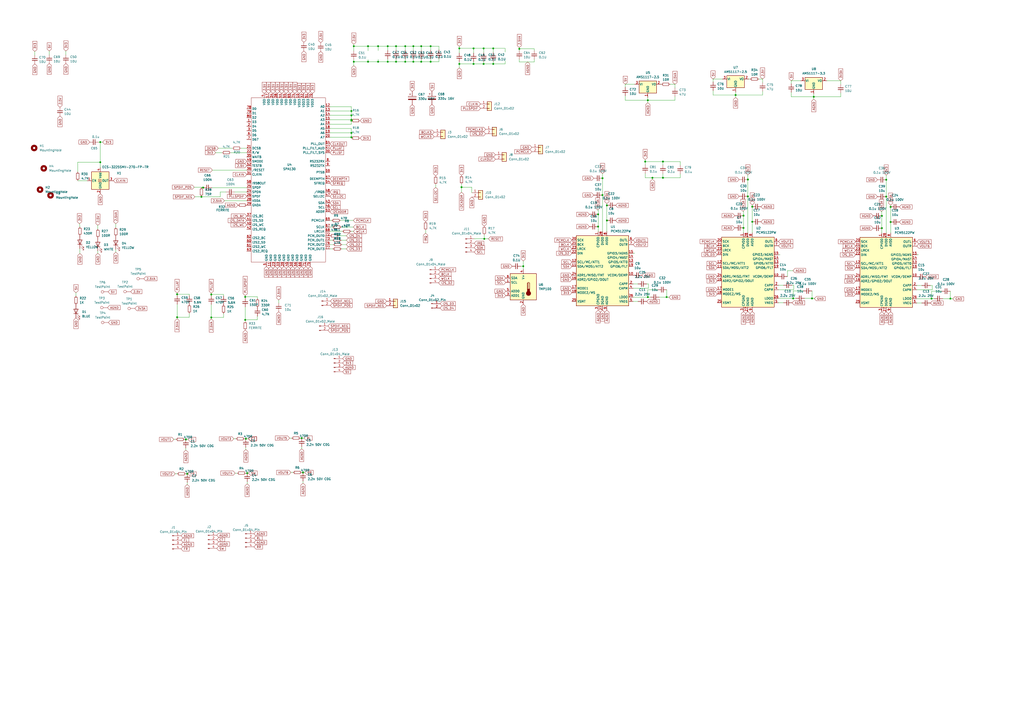
<source format=kicad_sch>
(kicad_sch (version 20230121) (generator eeschema)
  (paper "A2")
  (junction (at 116.84 114.173))
  (junction (at 386.715 172.339))
  (junction (at 175.768 274.066))
  (junction (at 352.044 119.126))
  (junction (at 274.701 28.067))
  (junction (at 235.077 35.814))
  (junction (at 352.044 127.889))
  (junction (at 511.556 125.222))
  (junction (at 224.917 26.797))
  (junction (at 107.823 254.889))
  (junction (at 431.292 125.095))
  (junction (at 239.776 26.797))
  (junction (at 142.24 185.547))
  (junction (at 122.555 170.815))
  (junction (at 267.716 108.585))
  (junction (at 229.743 26.797))
  (junction (at 374.269 93.726))
  (junction (at 235.077 26.797))
  (junction (at 205.232 26.797))
  (junction (at 303.53 154.432))
  (junction (at 460.121 173.101))
  (junction (at 266.446 28.067))
  (junction (at 301.244 28.321))
  (junction (at 203.835 77.089))
  (junction (at 102.743 170.688))
  (junction (at 431.292 132.207))
  (junction (at 433.832 104.14))
  (junction (at 213.487 35.814))
  (junction (at 266.446 37.084))
  (junction (at 286.131 37.084))
  (junction (at 244.348 35.814))
  (junction (at 349.504 103.378))
  (junction (at 142.621 254.508))
  (junction (at 122.555 184.15))
  (junction (at 274.701 37.084))
  (junction (at 205.232 35.814))
  (junction (at 375.793 58.166))
  (junction (at 286.131 28.067))
  (junction (at 203.835 79.629))
  (junction (at 516.636 128.778))
  (junction (at 219.329 26.797))
  (junction (at 58.166 82.423))
  (junction (at 224.917 35.814))
  (junction (at 244.348 26.797))
  (junction (at 175.006 254.127))
  (junction (at 540.385 173.228))
  (junction (at 511.556 132.334))
  (junction (at 249.809 35.814))
  (junction (at 471.043 173.101))
  (junction (at 346.964 124.333))
  (junction (at 514.096 114.046))
  (junction (at 280.543 28.067))
  (junction (at 203.835 64.389))
  (junction (at 280.924 138.557))
  (junction (at 384.556 103.124))
  (junction (at 433.832 113.919))
  (junction (at 143.383 274.447))
  (junction (at 108.585 274.828))
  (junction (at 349.504 113.157))
  (junction (at 551.307 173.228))
  (junction (at 102.743 184.023))
  (junction (at 58.166 94.107))
  (junction (at 346.964 131.445))
  (junction (at 280.543 37.084))
  (junction (at 229.743 35.814))
  (junction (at 516.636 120.015))
  (junction (at 436.372 128.651))
  (junction (at 436.372 119.888))
  (junction (at 426.72 55.118))
  (junction (at 514.096 104.267))
  (junction (at 203.835 69.469))
  (junction (at 203.835 66.929))
  (junction (at 117.856 108.839))
  (junction (at 378.46 103.124))
  (junction (at 203.835 69.977))
  (junction (at 472.059 56.134))
  (junction (at 213.487 26.797))
  (junction (at 142.24 172.212))
  (junction (at 384.556 93.726))
  (junction (at 219.329 35.814))
  (junction (at 239.776 35.814))
  (junction (at 375.793 172.339))
  (junction (at 249.809 26.797))
  (wire (pts (xy 144.145 254.508) (xy 142.621 254.508)))
  (wire (pts (xy 235.077 35.814) (xy 239.776 35.814)))
  (wire (pts (xy 142.24 185.547) (xy 142.24 186.436)))
  (wire (pts (xy 122.555 170.815) (xy 122.555 171.577)))
  (wire (pts (xy 511.302 122.682) (xy 511.556 122.682)))
  (wire (pts (xy 20.193 32.004) (xy 20.193 29.845)))
  (wire (pts (xy 205.232 26.797) (xy 205.232 29.464)))
  (wire (pts (xy 203.835 79.629) (xy 203.835 80.137)))
  (wire (pts (xy 108.966 274.828) (xy 108.585 274.828)))
  (wire (pts (xy 454.406 165.481) (xy 451.612 165.481)))
  (wire (pts (xy 109.855 171.577) (xy 109.855 170.688)))
  (wire (pts (xy 472.059 56.134) (xy 472.059 54.483)))
  (wire (pts (xy 235.077 34.29) (xy 235.077 35.814)))
  (wire (pts (xy 426.72 56.515) (xy 426.72 55.118)))
  (wire (pts (xy 239.776 29.337) (xy 239.776 26.797)))
  (wire (pts (xy 169.926 274.066) (xy 168.783 274.066)))
  (wire (pts (xy 274.701 35.814) (xy 274.701 37.084)))
  (wire (pts (xy 45.085 104.775) (xy 50.546 104.775)))
  (wire (pts (xy 309.88 28.321) (xy 301.244 28.321)))
  (wire (pts (xy 352.044 119.126) (xy 352.044 127.889)))
  (wire (pts (xy 286.131 28.067) (xy 280.543 28.067)))
  (wire (pts (xy 456.819 156.972) (xy 456.819 160.401)))
  (wire (pts (xy 378.46 104.013) (xy 378.46 103.124)))
  (wire (pts (xy 143.383 280.67) (xy 143.383 279.527)))
  (wire (pts (xy 511.556 132.334) (xy 511.556 135.128)))
  (wire (pts (xy 46.101 129.794) (xy 46.355 131.572)))
  (wire (pts (xy 149.352 183.515) (xy 149.225 185.547)))
  (wire (pts (xy 286.131 37.084) (xy 280.543 37.084)))
  (wire (pts (xy 191.389 66.929) (xy 203.835 66.929)))
  (wire (pts (xy 487.68 53.975) (xy 487.68 56.134)))
  (wire (pts (xy 540.385 173.228) (xy 531.876 173.228)))
  (wire (pts (xy 552.577 173.228) (xy 551.307 173.228)))
  (wire (pts (xy 374.269 93.726) (xy 374.269 95.631)))
  (wire (pts (xy 346.964 131.445) (xy 346.964 134.239)))
  (wire (pts (xy 391.541 56.007) (xy 391.541 58.166)))
  (wire (pts (xy 246.888 133.604) (xy 246.888 135.255)))
  (wire (pts (xy 122.555 176.657) (xy 122.555 184.15)))
  (wire (pts (xy 149.352 172.212) (xy 142.24 172.212)))
  (wire (pts (xy 309.88 29.337) (xy 309.88 28.321)))
  (wire (pts (xy 309.88 34.417) (xy 309.88 35.941)))
  (wire (pts (xy 384.556 93.726) (xy 374.269 93.726)))
  (wire (pts (xy 516.636 118.999) (xy 516.636 120.015)))
  (wire (pts (xy 192.913 131.699) (xy 191.389 131.699)))
  (wire (pts (xy 203.835 61.849) (xy 191.389 61.849)))
  (wire (pts (xy 142.24 178.054) (xy 142.24 185.547)))
  (wire (pts (xy 254.635 26.797) (xy 254.635 28.956)))
  (wire (pts (xy 388.747 48.895) (xy 391.541 48.895)))
  (wire (pts (xy 413.639 45.847) (xy 419.1 45.847)))
  (wire (pts (xy 58.166 82.423) (xy 57.15 82.423)))
  (wire (pts (xy 102.743 170.688) (xy 102.743 171.45)))
  (wire (pts (xy 200.914 141.859) (xy 198.374 141.859)))
  (wire (pts (xy 107.823 254.889) (xy 107.061 254.889)))
  (wire (pts (xy 540.766 168.148) (xy 531.876 168.148)))
  (wire (pts (xy 191.389 79.629) (xy 203.835 79.629)))
  (wire (pts (xy 133.858 88.519) (xy 143.129 88.519)))
  (wire (pts (xy 213.487 35.814) (xy 205.232 35.814)))
  (wire (pts (xy 109.093 254.889) (xy 107.823 254.889)))
  (wire (pts (xy 142.621 260.731) (xy 142.621 259.588)))
  (wire (pts (xy 472.313 173.228) (xy 472.313 173.101)))
  (wire (pts (xy 204.978 127.889) (xy 197.485 127.889)))
  (wire (pts (xy 149.352 173.228) (xy 149.352 172.212)))
  (wire (pts (xy 192.913 139.319) (xy 191.389 139.319)))
  (wire (pts (xy 244.348 34.417) (xy 244.348 35.814)))
  (wire (pts (xy 122.936 108.839) (xy 143.129 108.839)))
  (wire (pts (xy 122.555 170.053) (xy 122.555 170.815)))
  (wire (pts (xy 292.989 37.084) (xy 286.131 37.084)))
  (wire (pts (xy 454.406 175.641) (xy 451.612 175.641)))
  (wire (pts (xy 224.917 26.797) (xy 229.743 26.797)))
  (wire (pts (xy 130.175 116.459) (xy 143.129 116.459)))
  (wire (pts (xy 224.917 34.29) (xy 224.917 35.814)))
  (wire (pts (xy 292.989 28.067) (xy 292.989 30.226)))
  (wire (pts (xy 370.078 164.719) (xy 367.284 164.719)))
  (wire (pts (xy 514.096 114.046) (xy 514.096 135.128)))
  (wire (pts (xy 375.793 59.563) (xy 375.793 58.166)))
  (wire (pts (xy 460.121 168.783) (xy 465.963 168.783)))
  (wire (pts (xy 126.619 85.979) (xy 134.747 85.979)))
  (wire (pts (xy 539.75 165.608) (xy 540.766 165.608)))
  (wire (pts (xy 394.589 103.124) (xy 384.556 103.124)))
  (wire (pts (xy 123.19 98.679) (xy 143.129 98.679)))
  (wire (pts (xy 487.68 46.863) (xy 487.68 48.895)))
  (wire (pts (xy 191.389 74.549) (xy 203.835 74.549)))
  (wire (pts (xy 200.914 139.319) (xy 197.993 139.319)))
  (wire (pts (xy 362.712 48.895) (xy 368.173 48.895)))
  (wire (pts (xy 413.639 52.578) (xy 413.639 55.118)))
  (wire (pts (xy 301.244 28.321) (xy 301.244 29.337)))
  (wire (pts (xy 254.635 26.797) (xy 249.809 26.797)))
  (wire (pts (xy 144.145 274.447) (xy 143.383 274.447)))
  (wire (pts (xy 139.827 85.979) (xy 143.129 85.979)))
  (wire (pts (xy 175.006 260.35) (xy 175.006 259.207)))
  (wire (pts (xy 384.556 103.124) (xy 378.46 103.124)))
  (wire (pts (xy 122.555 184.15) (xy 129.667 184.15)))
  (wire (pts (xy 352.044 118.11) (xy 352.044 119.126)))
  (wire (pts (xy 266.446 28.067) (xy 266.446 30.734)))
  (wire (pts (xy 273.685 108.585) (xy 267.716 108.585)))
  (wire (pts (xy 391.541 48.895) (xy 391.541 50.927)))
  (wire (pts (xy 387.985 172.466) (xy 387.985 172.339)))
  (wire (pts (xy 514.096 101.6) (xy 514.096 104.267)))
  (wire (pts (xy 433.832 113.919) (xy 433.832 135.001)))
  (wire (pts (xy 28.575 31.75) (xy 28.575 29.591)))
  (wire (pts (xy 229.743 34.29) (xy 229.743 35.814)))
  (wire (pts (xy 129.667 170.815) (xy 122.555 170.815)))
  (wire (pts (xy 461.645 173.101) (xy 460.121 173.101)))
  (wire (pts (xy 129.667 181.864) (xy 129.667 184.15)))
  (wire (pts (xy 362.712 50.546) (xy 362.712 48.895)))
  (wire (pts (xy 129.667 171.704) (xy 129.667 170.815)))
  (wire (pts (xy 59.563 82.423) (xy 58.166 82.423)))
  (wire (pts (xy 303.53 154.432) (xy 303.53 156.21)))
  (wire (pts (xy 471.043 168.783) (xy 471.043 173.101)))
  (wire (pts (xy 204.978 134.239) (xy 203.708 134.239)))
  (wire (pts (xy 122.555 184.15) (xy 122.555 185.039)))
  (wire (pts (xy 101.981 254.889) (xy 100.838 254.889)))
  (wire (pts (xy 249.809 34.163) (xy 249.809 35.814)))
  (wire (pts (xy 280.543 30.607) (xy 280.543 28.067)))
  (wire (pts (xy 301.244 27.559) (xy 301.244 28.321)))
  (wire (pts (xy 266.446 28.067) (xy 274.701 28.067)))
  (wire (pts (xy 292.989 35.306) (xy 292.989 37.084)))
  (wire (pts (xy 458.978 56.134) (xy 472.059 56.134)))
  (wire (pts (xy 200.914 144.399) (xy 198.12 144.399)))
  (wire (pts (xy 431.292 125.095) (xy 431.292 132.207)))
  (wire (pts (xy 229.743 26.797) (xy 235.077 26.797)))
  (wire (pts (xy 45.085 94.107) (xy 58.166 94.107)))
  (wire (pts (xy 143.383 274.447) (xy 142.621 274.447)))
  (wire (pts (xy 203.835 69.469) (xy 203.835 69.977)))
  (wire (pts (xy 38.227 31.75) (xy 38.227 29.591)))
  (wire (pts (xy 203.835 61.849) (xy 203.835 64.389)))
  (wire (pts (xy 102.743 274.828) (xy 101.6 274.828)))
  (wire (pts (xy 552.577 173.355) (xy 552.577 173.228)))
  (wire (pts (xy 193.294 141.859) (xy 191.389 141.859)))
  (wire (pts (xy 460.502 168.021) (xy 451.612 168.021)))
  (wire (pts (xy 56.769 130.683) (xy 56.769 132.842)))
  (wire (pts (xy 267.716 106.807) (xy 267.716 108.585)))
  (wire (pts (xy 107.823 261.112) (xy 107.823 259.969)))
  (wire (pts (xy 280.543 37.084) (xy 274.701 37.084)))
  (wire (pts (xy 191.389 77.089) (xy 203.835 77.089)))
  (wire (pts (xy 267.716 108.585) (xy 267.716 111.506)))
  (wire (pts (xy 460.121 168.783) (xy 460.121 173.101)))
  (wire (pts (xy 274.701 30.734) (xy 274.701 28.067)))
  (wire (pts (xy 142.24 185.547) (xy 149.225 185.547)))
  (wire (pts (xy 374.269 92.583) (xy 374.269 93.726)))
  (wire (pts (xy 176.784 274.066) (xy 175.768 274.066)))
  (wire (pts (xy 175.768 274.066) (xy 175.006 274.066)))
  (wire (pts (xy 377.317 172.339) (xy 375.793 172.339)))
  (wire (pts (xy 274.701 37.084) (xy 266.446 37.084)))
  (wire (pts (xy 203.835 74.549) (xy 203.835 77.089)))
  (wire (pts (xy 472.059 57.531) (xy 472.059 56.134)))
  (wire (pts (xy 108.585 274.828) (xy 107.823 274.828)))
  (wire (pts (xy 203.835 77.089) (xy 203.835 79.629)))
  (wire (pts (xy 301.244 34.417) (xy 301.244 35.941)))
  (wire (pts (xy 541.909 173.228) (xy 540.385 173.228)))
  (wire (pts (xy 203.835 66.929) (xy 203.835 69.469)))
  (wire (pts (xy 109.855 181.737) (xy 109.855 184.023)))
  (wire (pts (xy 442.341 45.847) (xy 442.341 47.879)))
  (wire (pts (xy 376.174 164.719) (xy 376.174 167.259)))
  (wire (pts (xy 191.389 64.389) (xy 203.835 64.389)))
  (wire (pts (xy 384.556 95.758) (xy 384.556 93.726)))
  (wire (pts (xy 125.095 88.519) (xy 128.778 88.519)))
  (wire (pts (xy 442.341 52.959) (xy 442.341 55.118)))
  (wire (pts (xy 426.72 55.118) (xy 426.72 53.467)))
  (wire (pts (xy 273.685 111.76) (xy 273.685 108.585)))
  (wire (pts (xy 116.84 108.839) (xy 117.856 108.839)))
  (wire (pts (xy 142.24 171.45) (xy 142.24 172.212)))
  (wire (pts (xy 175.768 280.289) (xy 175.768 279.146)))
  (wire (pts (xy 142.24 172.212) (xy 142.24 172.974)))
  (wire (pts (xy 280.924 136.271) (xy 280.924 138.557)))
  (wire (pts (xy 200.914 136.779) (xy 196.469 136.779)))
  (wire (pts (xy 479.679 46.863) (xy 487.68 46.863)))
  (wire (pts (xy 516.636 128.778) (xy 516.636 135.128)))
  (wire (pts (xy 431.038 122.555) (xy 431.292 122.555)))
  (wire (pts (xy 127.762 111.379) (xy 127.762 114.173)))
  (wire (pts (xy 286.131 30.48) (xy 286.131 28.067)))
  (wire (pts (xy 229.743 29.21) (xy 229.743 26.797)))
  (wire (pts (xy 67.183 146.304) (xy 67.183 144.653)))
  (wire (pts (xy 540.766 165.608) (xy 540.766 168.148)))
  (wire (pts (xy 102.743 184.023) (xy 102.743 184.912)))
  (wire (pts (xy 136.779 254.508) (xy 135.636 254.508)))
  (wire (pts (xy 362.712 58.166) (xy 375.793 58.166)))
  (wire (pts (xy 275.082 138.557) (xy 280.924 138.557)))
  (wire (pts (xy 370.078 174.879) (xy 367.284 174.879)))
  (wire (pts (xy 436.372 128.651) (xy 436.372 135.001)))
  (wire (pts (xy 551.307 173.228) (xy 546.989 173.228)))
  (wire (pts (xy 375.793 58.166) (xy 375.793 56.515)))
  (wire (pts (xy 514.096 104.267) (xy 514.096 114.046)))
  (wire (pts (xy 378.46 103.124) (xy 374.269 103.124)))
  (wire (pts (xy 458.978 48.514) (xy 458.978 46.863)))
  (wire (pts (xy 280.924 138.557) (xy 283.337 138.557)))
  (wire (pts (xy 149.352 178.435) (xy 149.352 178.308)))
  (wire (pts (xy 46.355 147.066) (xy 46.355 144.272)))
  (wire (pts (xy 252.73 107.061) (xy 252.73 108.712)))
  (wire (pts (xy 413.639 47.498) (xy 413.639 45.847)))
  (wire (pts (xy 224.917 35.814) (xy 229.743 35.814)))
  (wire (pts (xy 301.244 35.941) (xy 309.88 35.941)))
  (wire (pts (xy 376.174 167.259) (xy 367.284 167.259)))
  (wire (pts (xy 224.917 26.797) (xy 219.329 26.797)))
  (wire (pts (xy 459.486 165.481) (xy 460.502 165.481)))
  (wire (pts (xy 362.712 55.626) (xy 362.712 58.166)))
  (wire (pts (xy 205.232 35.814) (xy 205.232 34.544)))
  (wire (pts (xy 471.043 173.101) (xy 466.725 173.101)))
  (wire (pts (xy 102.743 184.023) (xy 109.855 184.023)))
  (wire (pts (xy 534.67 165.608) (xy 531.876 165.608)))
  (wire (pts (xy 472.313 173.101) (xy 471.043 173.101)))
  (wire (pts (xy 460.502 165.481) (xy 460.502 168.021)))
  (wire (pts (xy 109.855 170.688) (xy 102.743 170.688)))
  (wire (pts (xy 235.077 29.21) (xy 235.077 26.797)))
  (wire (pts (xy 433.832 104.14) (xy 433.832 113.919)))
  (wire (pts (xy 44.069 169.799) (xy 44.069 171.704)))
  (wire (pts (xy 440.182 45.847) (xy 442.341 45.847)))
  (wire (pts (xy 239.776 35.814) (xy 244.348 35.814)))
  (wire (pts (xy 116.84 114.173) (xy 127.762 114.173)))
  (wire (pts (xy 254.635 34.036) (xy 254.635 35.814)))
  (wire (pts (xy 58.166 94.107) (xy 58.166 97.155)))
  (wire (pts (xy 391.541 58.166) (xy 375.793 58.166)))
  (wire (pts (xy 137.541 274.447) (xy 136.398 274.447)))
  (wire (pts (xy 192.405 127.889) (xy 191.389 127.889)))
  (wire (pts (xy 142.621 254.508) (xy 141.859 254.508)))
  (wire (pts (xy 213.487 26.797) (xy 219.329 26.797)))
  (wire (pts (xy 352.044 127.889) (xy 352.044 134.239)))
  (wire (pts (xy 176.403 254.127) (xy 175.006 254.127)))
  (wire (pts (xy 286.131 28.067) (xy 292.989 28.067)))
  (wire (pts (xy 67.183 129.794) (xy 67.183 131.953)))
  (wire (pts (xy 205.232 25.654) (xy 205.232 26.797)))
  (wire (pts (xy 45.085 99.695) (xy 45.085 94.107)))
  (wire (pts (xy 394.589 93.726) (xy 384.556 93.726)))
  (wire (pts (xy 266.446 37.084) (xy 266.446 35.814)))
  (wire (pts (xy 458.978 46.863) (xy 464.439 46.863)))
  (wire (pts (xy 516.636 120.015) (xy 516.636 128.778)))
  (wire (pts (xy 244.348 26.797) (xy 249.809 26.797)))
  (wire (pts (xy 266.446 39.37) (xy 266.446 37.084)))
  (wire (pts (xy 102.743 169.926) (xy 102.743 170.688)))
  (wire (pts (xy 532.765 147.828) (xy 531.876 147.828)))
  (wire (pts (xy 346.71 121.793) (xy 346.964 121.793)))
  (wire (pts (xy 244.348 35.814) (xy 249.809 35.814)))
  (wire (pts (xy 436.372 119.888) (xy 436.372 128.651)))
  (wire (pts (xy 136.144 111.379) (xy 143.129 111.379)))
  (wire (pts (xy 239.776 26.797) (xy 235.077 26.797)))
  (wire (pts (xy 459.994 156.972) (xy 456.819 156.972)))
  (wire (pts (xy 375.793 168.021) (xy 375.793 172.339)))
  (wire (pts (xy 551.307 168.91) (xy 551.307 173.228)))
  (wire (pts (xy 219.329 35.814) (xy 213.487 35.814)))
  (wire (pts (xy 383.413 48.895) (xy 383.667 48.895)))
  (wire (pts (xy 219.329 34.417) (xy 219.329 35.814)))
  (wire (pts (xy 193.04 144.399) (xy 191.389 144.399)))
  (wire (pts (xy 540.385 168.91) (xy 546.227 168.91)))
  (wire (pts (xy 191.389 69.469) (xy 203.835 69.469)))
  (wire (pts (xy 224.917 29.21) (xy 224.917 26.797)))
  (wire (pts (xy 58.166 82.423) (xy 58.166 94.107)))
  (wire (pts (xy 198.628 134.239) (xy 191.389 134.239)))
  (wire (pts (xy 244.348 29.337) (xy 244.348 26.797)))
  (wire (pts (xy 266.446 26.924) (xy 266.446 28.067)))
  (wire (pts (xy 239.776 26.797) (xy 244.348 26.797)))
  (wire (pts (xy 229.743 35.814) (xy 235.077 35.814)))
  (wire (pts (xy 280.543 35.687) (xy 280.543 37.084)))
  (wire (pts (xy 375.793 168.021) (xy 381.635 168.021)))
  (wire (pts (xy 203.835 64.389) (xy 203.835 66.929)))
  (wire (pts (xy 386.715 172.339) (xy 382.397 172.339)))
  (wire (pts (xy 203.835 72.009) (xy 191.389 72.009)))
  (wire (pts (xy 203.835 69.977) (xy 203.835 72.009)))
  (wire (pts (xy 431.292 132.207) (xy 431.292 135.001)))
  (wire (pts (xy 56.769 146.939) (xy 56.769 145.542)))
  (wire (pts (xy 108.585 281.051) (xy 108.585 279.908)))
  (wire (pts (xy 452.501 147.701) (xy 451.612 147.701)))
  (wire (pts (xy 349.504 100.711) (xy 349.504 103.378)))
  (wire (pts (xy 434.34 45.847) (xy 435.102 45.847)))
  (wire (pts (xy 511.556 125.222) (xy 511.556 132.334)))
  (wire (pts (xy 442.341 55.118) (xy 426.72 55.118)))
  (wire (pts (xy 349.504 103.378) (xy 349.504 113.157)))
  (wire (pts (xy 349.504 113.157) (xy 349.504 134.239)))
  (wire (pts (xy 460.121 173.101) (xy 451.612 173.101)))
  (wire (pts (xy 204.978 131.699) (xy 197.993 131.699)))
  (wire (pts (xy 456.819 160.401) (xy 456.692 160.401)))
  (wire (pts (xy 274.701 28.067) (xy 280.543 28.067)))
  (wire (pts (xy 511.556 122.682) (xy 511.556 125.222)))
  (wire (pts (xy 303.53 151.384) (xy 303.53 154.432)))
  (wire (pts (xy 161.671 175.768) (xy 161.671 173.99)))
  (wire (pts (xy 302.133 154.432) (xy 303.53 154.432)))
  (wire (pts (xy 386.715 168.021) (xy 386.715 172.339)))
  (wire (pts (xy 127.762 111.379) (xy 131.064 111.379)))
  (wire (pts (xy 436.372 118.872) (xy 436.372 119.888)))
  (wire (pts (xy 413.639 55.118) (xy 426.72 55.118)))
  (wire (pts (xy 224.917 35.814) (xy 219.329 35.814)))
  (wire (pts (xy 433.832 101.473) (xy 433.832 104.14)))
  (wire (pts (xy 117.856 108.839) (xy 117.856 108.585)))
  (wire (pts (xy 116.84 114.173) (xy 113.03 114.173)))
  (wire (pts (xy 254.635 35.814) (xy 249.809 35.814)))
  (wire (pts (xy 213.487 29.464) (xy 213.487 26.797)))
  (wire (pts (xy 540.385 168.91) (xy 540.385 173.228)))
  (wire (pts (xy 239.776 34.417) (xy 239.776 35.814)))
  (wire (pts (xy 384.556 100.838) (xy 384.556 103.124)))
  (wire (pts (xy 387.985 172.339) (xy 386.715 172.339)))
  (wire (pts (xy 102.743 176.53) (xy 102.743 184.023)))
  (wire (pts (xy 394.589 95.885) (xy 394.589 93.726)))
  (wire (pts (xy 394.589 100.965) (xy 394.589 103.124)))
  (wire (pts (xy 205.232 26.797) (xy 213.487 26.797)))
  (wire (pts (xy 534.67 175.768) (xy 531.876 175.768)))
  (wire (pts (xy 375.158 164.719) (xy 376.174 164.719)))
  (wire (pts (xy 286.131 35.56) (xy 286.131 37.084)))
  (wire (pts (xy 431.292 122.555) (xy 431.292 125.095)))
  (wire (pts (xy 219.329 29.337) (xy 219.329 26.797)))
  (wire (pts (xy 169.164 254.127) (xy 168.021 254.127)))
  (wire (pts (xy 346.964 124.333) (xy 346.964 131.445)))
  (wire (pts (xy 388.112 172.466) (xy 387.985 172.466)))
  (wire (pts (xy 175.006 254.127) (xy 174.244 254.127)))
  (wire (pts (xy 346.964 121.793) (xy 346.964 124.333)))
  (wire (pts (xy 458.978 53.594) (xy 458.978 56.134)))
  (wire (pts (xy 112.649 108.585) (xy 117.856 108.585)))
  (wire (pts (xy 375.793 172.339) (xy 367.284 172.339)))
  (wire (pts (xy 249.809 26.797) (xy 249.809 29.083)))
  (wire (pts (xy 552.704 173.355) (xy 552.577 173.355)))
  (wire (pts (xy 368.173 146.939) (xy 367.284 146.939)))
  (wire (pts (xy 116.84 113.919) (xy 116.84 114.173)))
  (wire (pts (xy 487.68 56.134) (xy 472.059 56.134)))
  (wire (pts (xy 213.487 34.544) (xy 213.487 35.814)))
  (wire (pts (xy 205.232 38.1) (xy 205.232 35.814)))
  (wire (pts (xy 472.44 173.228) (xy 472.313 173.228)))
  (wire (pts (xy 374.269 103.124) (xy 374.269 100.711)))
  (global_label "GND" (shape input) (at 62.865 187.071 0) (property "Intersheetrefs" "${INTERSHEET_REFS}" (effects hide)))
  (global_label "GND" (shape input) (at 44.069 184.404 270) (property "Intersheetrefs" "${INTERSHEET_REFS}" (effects hide)))
  (global_label "GND" (shape input) (at 496.316 168.148 180) (property "Intersheetrefs" "${INTERSHEET_REFS}" (effects hide)))
  (global_label "2.5VA" (shape input) (at 391.541 48.895 90) (property "Intersheetrefs" "${INTERSHEET_REFS}" (effects hide)))
  (global_label "GND" (shape input) (at 514.096 180.848 270) (property "Intersheetrefs" "${INTERSHEET_REFS}" (effects hide)))
  (global_label "2.5V" (shape input) (at 56.769 130.683 90) (property "Intersheetrefs" "${INTERSHEET_REFS}" (effects hide)))
  (global_label "2.5V" (shape input) (at 160.909 54.229 90) (property "Intersheetrefs" "${INTERSHEET_REFS}" (effects hide)))
  (global_label "PLLAF" (shape input) (at 102.743 169.926 90) (property "Intersheetrefs" "${INTERSHEET_REFS}" (effects hide)))
  (global_label "GND" (shape input) (at 46.355 147.066 270) (property "Intersheetrefs" "${INTERSHEET_REFS}" (effects hide)))
  (global_label "3V3A" (shape input) (at 431.038 122.555 90) (property "Intersheetrefs" "${INTERSHEET_REFS}" (effects hide)))
  (global_label "VOUT1" (shape input) (at 100.838 254.889 180) (property "Intersheetrefs" "${INTERSHEET_REFS}" (effects hide)))
  (global_label "GND" (shape input) (at 472.44 173.228 0) (property "Intersheetrefs" "${INTERSHEET_REFS}" (effects hide)))
  (global_label "I2S_D3" (shape input) (at 200.914 144.399 0) (property "Intersheetrefs" "${INTERSHEET_REFS}" (effects hide)))
  (global_label "SDA" (shape input) (at 496.316 155.448 180) (property "Intersheetrefs" "${INTERSHEET_REFS}" (effects hide)))
  (global_label "2.5V" (shape input) (at 205.232 25.654 90) (property "Intersheetrefs" "${INTERSHEET_REFS}" (effects hide)))
  (global_label "GND" (shape input) (at 167.259 154.559 270) (property "Intersheetrefs" "${INTERSHEET_REFS}" (effects hide)))
  (global_label "AGND" (shape input) (at 539.75 175.768 0) (property "Intersheetrefs" "${INTERSHEET_REFS}" (effects hide)))
  (global_label "AGND" (shape input) (at 357.124 119.126 0) (property "Intersheetrefs" "${INTERSHEET_REFS}" (effects hide)))
  (global_label "GND" (shape input) (at 58.166 112.395 270) (property "Intersheetrefs" "${INTERSHEET_REFS}" (effects hide)))
  (global_label "VOUT6" (shape input) (at 531.876 142.748 0) (property "Intersheetrefs" "${INTERSHEET_REFS}" (effects hide)))
  (global_label "GND" (shape input) (at 344.424 113.157 180) (property "Intersheetrefs" "${INTERSHEET_REFS}" (effects hide)))
  (global_label "AGND" (shape input) (at 161.671 180.848 270) (property "Intersheetrefs" "${INTERSHEET_REFS}" (effects hide)))
  (global_label "2.5V" (shape input) (at 165.989 54.229 90) (property "Intersheetrefs" "${INTERSHEET_REFS}" (effects hide)))
  (global_label "3V3" (shape input) (at 181.229 54.229 90) (property "Intersheetrefs" "${INTERSHEET_REFS}" (effects hide)))
  (global_label "BCLK3" (shape input) (at 251.841 76.708 180) (property "Intersheetrefs" "${INTERSHEET_REFS}" (effects hide)))
  (global_label "3V3" (shape input) (at 266.446 26.924 90) (property "Intersheetrefs" "${INTERSHEET_REFS}" (effects hide)))
  (global_label "GND" (shape input) (at 250.571 60.579 270) (property "Intersheetrefs" "${INTERSHEET_REFS}" (effects hide)))
  (global_label "3V3" (shape input) (at 208.915 80.137 0) (property "Intersheetrefs" "${INTERSHEET_REFS}" (effects hide)))
  (global_label "GND" (shape input) (at 428.752 113.919 180) (property "Intersheetrefs" "${INTERSHEET_REFS}" (effects hide)))
  (global_label "3V3" (shape input) (at 239.141 53.086 90) (property "Intersheetrefs" "${INTERSHEET_REFS}" (effects hide)))
  (global_label "GND" (shape input) (at 143.129 93.599 180) (property "Intersheetrefs" "${INTERSHEET_REFS}" (effects hide)))
  (global_label "PCMCLK" (shape input) (at 254.381 156.464 0) (property "Intersheetrefs" "${INTERSHEET_REFS}" (effects hide)))
  (global_label "AGND" (shape input) (at 306.07 35.941 270) (property "Intersheetrefs" "${INTERSHEET_REFS}" (effects hide)))
  (global_label "SELI2C" (shape input) (at 191.389 113.919 0) (property "Intersheetrefs" "${INTERSHEET_REFS}" (effects hide)))
  (global_label "3V3" (shape input) (at 176.149 54.229 90) (property "Intersheetrefs" "${INTERSHEET_REFS}" (effects hide)))
  (global_label "I2S_D2" (shape input) (at 200.914 141.859 0) (property "Intersheetrefs" "${INTERSHEET_REFS}" (effects hide)))
  (global_label "I2S_D4" (shape input) (at 200.914 136.779 0) (property "Intersheetrefs" "${INTERSHEET_REFS}" (effects hide)))
  (global_label "CLKIN" (shape input) (at 65.786 104.775 0) (property "Intersheetrefs" "${INTERSHEET_REFS}" (effects hide)))
  (global_label "AGND" (shape input) (at 536.956 160.528 0) (property "Intersheetrefs" "${INTERSHEET_REFS}" (effects hide)))
  (global_label "AGND" (shape input) (at 125.73 315.595 0) (property "Intersheetrefs" "${INTERSHEET_REFS}" (effects hide)))
  (global_label "GND" (shape input) (at 388.112 172.466 0) (property "Intersheetrefs" "${INTERSHEET_REFS}" (effects hide)))
  (global_label "5V" (shape input) (at 62.738 169.291 0) (property "Intersheetrefs" "${INTERSHEET_REFS}" (effects hide)))
  (global_label "I2CADDR" (shape input) (at 267.716 111.506 270) (property "Intersheetrefs" "${INTERSHEET_REFS}" (effects hide)))
  (global_label "SPDIF_NEG" (shape input) (at 113.03 114.173 180) (property "Intersheetrefs" "${INTERSHEET_REFS}" (effects hide)))
  (global_label "3V3" (shape input) (at 198.755 210.566 0) (property "Intersheetrefs" "${INTERSHEET_REFS}" (effects hide)))
  (global_label "CLKIN" (shape input) (at 143.129 101.219 180) (property "Intersheetrefs" "${INTERSHEET_REFS}" (effects hide)))
  (global_label "3V3" (shape input) (at 303.53 151.384 90) (property "Intersheetrefs" "${INTERSHEET_REFS}" (effects hide)))
  (global_label "VOUT5" (shape input) (at 531.876 140.208 0) (property "Intersheetrefs" "${INTERSHEET_REFS}" (effects hide)))
  (global_label "SELI2C" (shape input) (at 252.73 108.712 270) (property "Intersheetrefs" "${INTERSHEET_REFS}" (effects hide)))
  (global_label "GND" (shape input) (at 162.179 154.559 270) (property "Intersheetrefs" "${INTERSHEET_REFS}" (effects hide)))
  (global_label "3V3" (shape input) (at 38.227 29.591 90) (property "Intersheetrefs" "${INTERSHEET_REFS}" (effects hide)))
  (global_label "3V3A" (shape input) (at 346.71 121.793 90) (property "Intersheetrefs" "${INTERSHEET_REFS}" (effects hide)))
  (global_label "SW" (shape input) (at 125.73 318.135 0) (property "Intersheetrefs" "${INTERSHEET_REFS}" (effects hide)))
  (global_label "FR" (shape input) (at 108.966 274.828 0) (property "Intersheetrefs" "${INTERSHEET_REFS}" (effects hide)))
  (global_label "3V3A" (shape input) (at 352.044 118.11 90) (property "Intersheetrefs" "${INTERSHEET_REFS}" (effects hide)))
  (global_label "GND" (shape input) (at 416.052 160.401 180) (property "Intersheetrefs" "${INTERSHEET_REFS}" (effects hide)))
  (global_label "AGND" (shape input) (at 441.452 119.888 0) (property "Intersheetrefs" "${INTERSHEET_REFS}" (effects hide)))
  (global_label "VOUT5" (shape input) (at 168.021 254.127 180) (property "Intersheetrefs" "${INTERSHEET_REFS}" (effects hide)))
  (global_label "2.5V" (shape input) (at 143.129 96.139 180) (property "Intersheetrefs" "${INTERSHEET_REFS}" (effects hide)))
  (global_label "GND" (shape input) (at 293.37 168.91 180) (property "Intersheetrefs" "${INTERSHEET_REFS}" (effects hide)))
  (global_label "PLLSPDIF" (shape input) (at 278.765 62.865 180) (property "Intersheetrefs" "${INTERSHEET_REFS}" (effects hide)))
  (global_label "5V" (shape input) (at 44.069 169.799 90) (property "Intersheetrefs" "${INTERSHEET_REFS}" (effects hide)))
  (global_label "WCLK" (shape input) (at 204.978 134.239 0) (property "Intersheetrefs" "${INTERSHEET_REFS}" (effects hide)))
  (global_label "AGND" (shape input) (at 375.158 174.879 0) (property "Intersheetrefs" "${INTERSHEET_REFS}" (effects hide)))
  (global_label "GND" (shape input) (at 157.099 154.559 270) (property "Intersheetrefs" "${INTERSHEET_REFS}" (effects hide)))
  (global_label "GND" (shape input) (at 552.704 173.355 0) (property "Intersheetrefs" "${INTERSHEET_REFS}" (effects hide)))
  (global_label "2.5V" (shape input) (at 163.449 54.229 90) (property "Intersheetrefs" "${INTERSHEET_REFS}" (effects hide)))
  (global_label "GND" (shape input) (at 331.724 159.639 180) (property "Intersheetrefs" "${INTERSHEET_REFS}" (effects hide)))
  (global_label "GND" (shape input) (at 344.424 103.378 180) (property "Intersheetrefs" "${INTERSHEET_REFS}" (effects hide)))
  (global_label "3V3" (shape input) (at 293.37 171.45 180) (property "Intersheetrefs" "${INTERSHEET_REFS}" (effects hide)))
  (global_label "GND" (shape input) (at 154.559 154.559 270) (property "Intersheetrefs" "${INTERSHEET_REFS}" (effects hide)))
  (global_label "CLKOUT" (shape input) (at 191.389 83.439 0) (property "Intersheetrefs" "${INTERSHEET_REFS}" (effects hide)))
  (global_label "AGND" (shape input) (at 142.24 191.516 270) (property "Intersheetrefs" "${INTERSHEET_REFS}" (effects hide)))
  (global_label "SCL" (shape input) (at 275.082 146.177 0) (property "Intersheetrefs" "${INTERSHEET_REFS}" (effects hide)))
  (global_label "AGND" (shape input) (at 175.006 260.35 270) (property "Intersheetrefs" "${INTERSHEET_REFS}" (effects hide)))
  (global_label "GND" (shape input) (at 280.924 131.191 90) (property "Intersheetrefs" "${INTERSHEET_REFS}" (effects hide)))
  (global_label "SDA" (shape input) (at 416.052 155.321 180) (property "Intersheetrefs" "${INTERSHEET_REFS}" (effects hide)))
  (global_label "GND" (shape input) (at 273.685 114.3 270) (property "Intersheetrefs" "${INTERSHEET_REFS}" (effects hide)))
  (global_label "AGND" (shape input) (at 426.212 132.207 180) (property "Intersheetrefs" "${INTERSHEET_REFS}" (effects hide)))
  (global_label "2.5V" (shape input) (at 158.369 54.229 90) (property "Intersheetrefs" "${INTERSHEET_REFS}" (effects hide)))
  (global_label "AGND" (shape input) (at 426.212 125.095 180) (property "Intersheetrefs" "${INTERSHEET_REFS}" (effects hide)))
  (global_label "AGND" (shape input) (at 441.452 128.651 0) (property "Intersheetrefs" "${INTERSHEET_REFS}" (effects hide)))
  (global_label "PCMCLK" (shape input) (at 308.483 88.011 180) (property "Intersheetrefs" "${INTERSHEET_REFS}" (effects hide)))
  (global_label "3V3A" (shape input) (at 487.68 46.863 90) (property "Intersheetrefs" "${INTERSHEET_REFS}" (effects hide)))
  (global_label "3V3A" (shape input) (at 516.636 118.999 90) (property "Intersheetrefs" "${INTERSHEET_REFS}" (effects hide)))
  (global_label "5V" (shape input) (at 250.571 52.959 90) (property "Intersheetrefs" "${INTERSHEET_REFS}" (effects hide)))
  (global_label "SCL" (shape input) (at 191.389 120.269 0) (property "Intersheetrefs" "${INTERSHEET_REFS}" (effects hide)))
  (global_label "3V3A" (shape input) (at 78.232 178.943 0) (property "Intersheetrefs" "${INTERSHEET_REFS}" (effects hide)))
  (global_label "GND" (shape input) (at 198.755 208.026 0) (property "Intersheetrefs" "${INTERSHEET_REFS}" (effects hide)))
  (global_label "2.5V" (shape input) (at 153.289 54.229 90) (property "Intersheetrefs" "${INTERSHEET_REFS}" (effects hide)))
  (global_label "SDA" (shape input) (at 275.082 143.637 0) (property "Intersheetrefs" "${INTERSHEET_REFS}" (effects hide)))
  (global_label "AGND" (shape input) (at 105.029 315.849 0) (property "Intersheetrefs" "${INTERSHEET_REFS}" (effects hide)))
  (global_label "SCL" (shape input) (at 293.37 163.83 180) (property "Intersheetrefs" "${INTERSHEET_REFS}" (effects hide)))
  (global_label "AGND" (shape input) (at 142.621 260.731 270) (property "Intersheetrefs" "${INTERSHEET_REFS}" (effects hide)))
  (global_label "PLLSPDIF" (shape input) (at 143.129 113.919 180) (property "Intersheetrefs" "${INTERSHEET_REFS}" (effects hide)))
  (global_label "DEEMPTH" (shape input) (at 191.389 103.759 0) (property "Intersheetrefs" "${INTERSHEET_REFS}" (effects hide)))
  (global_label "I2S_D2" (shape input) (at 254.381 164.084 0) (property "Intersheetrefs" "${INTERSHEET_REFS}" (effects hide)))
  (global_label "GND" (shape input) (at 186.055 29.845 270) (property "Intersheetrefs" "${INTERSHEET_REFS}" (effects hide)))
  (global_label "GND" (shape input) (at 174.879 154.559 270) (property "Intersheetrefs" "${INTERSHEET_REFS}" (effects hide)))
  (global_label "SDA" (shape input) (at 293.37 161.29 180) (property "Intersheetrefs" "${INTERSHEET_REFS}" (effects hide)))
  (global_label "2.5VA" (shape input) (at 301.244 27.559 90) (property "Intersheetrefs" "${INTERSHEET_REFS}" (effects hide)))
  (global_label "2.5VA" (shape input) (at 83.439 161.671 0) (property "Intersheetrefs" "${INTERSHEET_REFS}" (effects hide)))
  (global_label "GND" (shape input) (at 224.282 174.752 180) (property "Intersheetrefs" "${INTERSHEET_REFS}" (effects hide)))
  (global_label "VOUT1" (shape input) (at 367.284 139.319 0) (property "Intersheetrefs" "${INTERSHEET_REFS}" (effects hide)))
  (global_label "GND" (shape input) (at 287.401 89.789 180) (property "Intersheetrefs" "${INTERSHEET_REFS}" (effects hide)))
  (global_label "2.5V" (shape input) (at 171.069 54.229 90) (property "Intersheetrefs" "${INTERSHEET_REFS}" (effects hide)))
  (global_label "5V" (shape input) (at 362.712 48.895 90) (property "Intersheetrefs" "${INTERSHEET_REFS}" (effects hide)))
  (global_label "AGND" (shape input) (at 62.357 178.435 0) (property "Intersheetrefs" "${INTERSHEET_REFS}" (effects hide)))
  (global_label "GND" (shape input) (at 28.575 36.83 270) (property "Intersheetrefs" "${INTERSHEET_REFS}" (effects hide)))
  (global_label "3V3" (shape input) (at 514.096 101.6 90) (property "Intersheetrefs" "${INTERSHEET_REFS}" (effects hide)))
  (global_label "2.5VA" (shape input) (at 67.183 129.794 90) (property "Intersheetrefs" "${INTERSHEET_REFS}" (effects hide)))
  (global_label "AGND" (shape input) (at 198.755 213.106 0) (property "Intersheetrefs" "${INTERSHEET_REFS}" (effects hide)))
  (global_label "5V" (shape input) (at 28.575 29.591 90) (property "Intersheetrefs" "${INTERSHEET_REFS}" (effects hide)))
  (global_label "PLLAF" (shape input) (at 191.389 85.979 0) (property "Intersheetrefs" "${INTERSHEET_REFS}" (effects hide)))
  (global_label "2.5V" (shape input) (at 34.798 62.23 90) (property "Intersheetrefs" "${INTERSHEET_REFS}" (effects hide)))
  (global_label "SCL" (shape input) (at 331.724 152.019 180) (property "Intersheetrefs" "${INTERSHEET_REFS}" (effects hide)))
  (global_label "RL" (shape input) (at 147.32 312.166 0) (property "Intersheetrefs" "${INTERSHEET_REFS}" (effects hide)))
  (global_label "GND" (shape input) (at 416.052 168.021 180) (property "Intersheetrefs" "${INTERSHEET_REFS}" (effects hide)))
  (global_label "CT" (shape input) (at 144.145 254.508 0) (property "Intersheetrefs" "${INTERSHEET_REFS}" (effects hide)))
  (global_label "GND" (shape input) (at 378.46 104.013 270) (property "Intersheetrefs" "${INTERSHEET_REFS}" (effects hide)))
  (global_label "AGND" (shape input) (at 372.364 159.639 0) (property "Intersheetrefs" "${INTERSHEET_REFS}" (effects hide)))
  (global_label "3V3" (shape input) (at 176.276 24.511 90) (property "Intersheetrefs" "${INTERSHEET_REFS}" (effects hide)))
  (global_label "GND" (shape input) (at 34.798 67.31 270) (property "Intersheetrefs" "${INTERSHEET_REFS}" (effects hide)))
  (global_label "I2S_DATA" (shape input) (at 143.129 127.889 180) (property "Intersheetrefs" "${INTERSHEET_REFS}" (effects hide)))
  (global_label "GND" (shape input) (at 205.232 38.1 270) (property "Intersheetrefs" "${INTERSHEET_REFS}" (effects hide)))
  (global_label "AGND" (shape input) (at 506.476 132.334 180) (property "Intersheetrefs" "${INTERSHEET_REFS}" (effects hide)))
  (global_label "RR" (shape input) (at 147.32 317.246 0) (property "Intersheetrefs" "${INTERSHEET_REFS}" (effects hide)))
  (global_label "AGND" (shape input) (at 175.768 280.289 270) (property "Intersheetrefs" "${INTERSHEET_REFS}" (effects hide)))
  (global_label "AGND" (shape input) (at 125.73 310.515 0) (property "Intersheetrefs" "${INTERSHEET_REFS}" (effects hide)))
  (global_label "VOUT4" (shape input) (at 451.612 142.621 0) (property "Intersheetrefs" "${INTERSHEET_REFS}" (effects hide)))
  (global_label "AGND" (shape input) (at 375.793 59.563 270) (property "Intersheetrefs" "${INTERSHEET_REFS}" (effects hide)))
  (global_label "GND" (shape input) (at 56.769 146.939 270) (property "Intersheetrefs" "${INTERSHEET_REFS}" (effects hide)))
  (global_label "5V" (shape input) (at 198.755 215.646 0) (property "Intersheetrefs" "${INTERSHEET_REFS}" (effects hide)))
  (global_label "3V3" (shape input) (at 433.832 101.473 90) (property "Intersheetrefs" "${INTERSHEET_REFS}" (effects hide)))
  (global_label "PCMCLK" (shape input) (at 204.978 127.889 0) (property "Intersheetrefs" "${INTERSHEET_REFS}" (effects hide)))
  (global_label "VOUT3" (shape input) (at 135.636 254.508 180) (property "Intersheetrefs" "${INTERSHEET_REFS}" (effects hide)))
  (global_label "AGND" (shape input) (at 436.372 180.721 270) (property "Intersheetrefs" "${INTERSHEET_REFS}" (effects hide)))
  (global_label "SDA" (shape input) (at 191.389 117.729 0) (property "Intersheetrefs" "${INTERSHEET_REFS}" (effects hide)))
  (global_label "IRQ" (shape input) (at 275.082 141.097 0) (property "Intersheetrefs" "${INTERSHEET_REFS}" (effects hide)))
  (global_label "SDA" (shape input) (at 331.724 154.559 180) (property "Intersheetrefs" "${INTERSHEET_REFS}" (effects hide)))
  (global_label "AGND" (shape input) (at 108.585 281.051 270) (property "Intersheetrefs" "${INTERSHEET_REFS}" (effects hide)))
  (global_label "I2S_BC" (shape input) (at 143.129 125.349 180) (property "Intersheetrefs" "${INTERSHEET_REFS}" (effects hide)))
  (global_label "AGND" (shape input) (at 511.556 180.848 270) (property "Intersheetrefs" "${INTERSHEET_REFS}" (effects hide)))
  (global_label "AGND" (shape input) (at 472.059 57.531 270) (property "Intersheetrefs" "${INTERSHEET_REFS}" (effects hide)))
  (global_label "3V3" (shape input) (at 59.563 82.423 0) (property "Intersheetrefs" "${INTERSHEET_REFS}" (effects hide)))
  (global_label "WCLK" (shape input) (at 331.724 144.399 180) (property "Intersheetrefs" "${INTERSHEET_REFS}" (effects hide)))
  (global_label "2.5VA" (shape input) (at 161.671 173.99 90) (property "Intersheetrefs" "${INTERSHEET_REFS}" (effects hide)))
  (global_label "PCMCLK" (shape input) (at 416.052 140.081 180) (property "Intersheetrefs" "${INTERSHEET_REFS}" (effects hide)))
  (global_label "PLLSF" (shape input) (at 122.555 170.053 90) (property "Intersheetrefs" "${INTERSHEET_REFS}" (effects hide)))
  (global_label "AGND" (shape input) (at 147.32 309.626 0) (property "Intersheetrefs" "${INTERSHEET_REFS}" (effects hide)))
  (global_label "SPDIF_NEG" (shape input) (at 191.643 174.625 0) (property "Intersheetrefs" "${INTERSHEET_REFS}" (effects hide)))
  (global_label "3V3" (shape input) (at 416.052 170.561 180) (property "Intersheetrefs" "${INTERSHEET_REFS}" (effects hide)))
  (global_label "WCLK3" (shape input) (at 251.841 79.248 180) (property "Intersheetrefs" "${INTERSHEET_REFS}" (effects hide)))
  (global_label "3V3" (shape input) (at 496.316 170.688 180) (property "Intersheetrefs" "${INTERSHEET_REFS}" (effects hide)))
  (global_label "GND" (shape input) (at 349.504 179.959 270) (property "Intersheetrefs" "${INTERSHEET_REFS}" (effects hide)))
  (global_label "3V3" (shape input) (at 178.689 54.229 90) (property "Intersheetrefs" "${INTERSHEET_REFS}" (effects hide)))
  (global_label "BCLK" (shape input) (at 331.724 141.859 180) (property "Intersheetrefs" "${INTERSHEET_REFS}" (effects hide)))
  (global_label "SPDIF_NEG" (shape input) (at 190.246 189.103 0) (property "Intersheetrefs" "${INTERSHEET_REFS}" (effects hide)))
  (global_label "VOUT2" (shape input) (at 101.6 274.828 180) (property "Intersheetrefs" "${INTERSHEET_REFS}" (effects hide)))
  (global_label "BCLK" (shape input) (at 204.978 131.699 0) (property "Intersheetrefs" "${INTERSHEET_REFS}" (effects hide)))
  (global_label "GND" (shape input) (at 177.419 154.559 270) (property "Intersheetrefs" "${INTERSHEET_REFS}" (effects hide)))
  (global_label "I2S_D2" (shape input) (at 331.724 146.939 180) (property "Intersheetrefs" "${INTERSHEET_REFS}" (effects hide)))
  (global_label "BCLK" (shape input) (at 254.381 159.004 0) (property "Intersheetrefs" "${INTERSHEET_REFS}" (effects hide)))
  (global_label "DCSB" (shape input) (at 126.619 85.979 180) (property "Intersheetrefs" "${INTERSHEET_REFS}" (effects hide)))
  (global_label "GND" (shape input) (at 331.724 162.179 180) (property "Intersheetrefs" "${INTERSHEET_REFS}" (effects hide)))
  (global_label "AGND" (shape input) (at 352.044 179.959 270) (property "Intersheetrefs" "${INTERSHEET_REFS}" (effects hide)))
  (global_label "2.5V" (shape input) (at 442.341 45.847 90) (property "Intersheetrefs" "${INTERSHEET_REFS}" (effects hide)))
  (global_label "AGND" (shape input) (at 138.049 118.999 180) (property "Intersheetrefs" "${INTERSHEET_REFS}" (effects hide)))
  (global_label "AGND" (shape input) (at 107.823 261.112 270) (property "Intersheetrefs" "${INTERSHEET_REFS}" (effects hide)))
  (global_label "VOUT4" (shape input) (at 136.398 274.447 180) (property "Intersheetrefs" "${INTERSHEET_REFS}" (effects hide)))
  (global_label "IRQ" (shape input) (at 246.888 135.255 270) (property "Intersheetrefs" "${INTERSHEET_REFS}" (effects hide)))
  (global_label "CT" (shape input) (at 125.73 313.055 0) (property "Intersheetrefs" "${INTERSHEET_REFS}" (effects hide)))
  (global_label "BCLK" (shape input) (at 416.052 142.621 180) (property "Intersheetrefs" "${INTERSHEET_REFS}" (effects hide)))
  (global_label "GND" (shape input) (at 172.339 154.559 270) (property "Intersheetrefs" "${INTERSHEET_REFS}" (effects hide)))
  (global_label "GND" (shape input) (at 303.53 176.53 270) (property "Intersheetrefs" "${INTERSHEET_REFS}" (effects hide)))
  (global_label "BCLK" (shape input) (at 496.316 142.748 180) (property "Intersheetrefs" "${INTERSHEET_REFS}" (effects hide)))
  (global_label "3V3" (shape input) (at 252.73 101.981 90) (property "Intersheetrefs" "${INTERSHEET_REFS}" (effects hide)))
  (global_label "I2CADDR" (shape input) (at 191.389 122.809 0) (property "Intersheetrefs" "${INTERSHEET_REFS}" (effects hide)))
  (global_label "3V3" (shape input) (at 331.724 169.799 180) (property "Intersheetrefs" "${INTERSHEET_REFS}" (effects hide)))
  (global_label "SW" (shape input) (at 144.145 274.447 0) (property "Intersheetrefs" "${INTERSHEET_REFS}" (effects hide)))
  (global_label "GND" (shape input) (at 67.183 146.304 270) (property "Intersheetrefs" "${INTERSHEET_REFS}" (effects hide)))
  (global_label "3V3" (shape input) (at 374.269 92.583 90) (property "Intersheetrefs" "${INTERSHEET_REFS}" (effects hide)))
  (global_label "PCMCLK" (shape input) (at 496.316 140.208 180) (property "Intersheetrefs" "${INTERSHEET_REFS}" (effects hide)))
  (global_label "GND" (shape input) (at 20.193 37.084 270) (property "Intersheetrefs" "${INTERSHEET_REFS}" (effects hide)))
  (global_label "SCL" (shape input) (at 496.316 152.908 180) (property "Intersheetrefs" "${INTERSHEET_REFS}" (effects hide)))
  (global_label "3V3" (shape input) (at 349.504 100.711 90) (property "Intersheetrefs" "${INTERSHEET_REFS}" (effects hide)))
  (global_label "AGND" (shape input) (at 346.964 179.959 270) (property "Intersheetrefs" "${INTERSHEET_REFS}" (effects hide)))
  (global_label "GND" (shape input) (at 426.72 56.515 270) (property "Intersheetrefs" "${INTERSHEET_REFS}" (effects hide)))
  (global_label "2.5VA" (shape input) (at 130.175 116.459 180) (property "Intersheetrefs" "${INTERSHEET_REFS}" (effects hide)))
  (global_label "VOUT6" (shape input) (at 168.783 274.066 180) (property "Intersheetrefs" "${INTERSHEET_REFS}" (effects hide)))
  (global_label "AGND" (shape input) (at 431.292 180.721 270) (property "Intersheetrefs" "${INTERSHEET_REFS}" (effects hide)))
  (global_label "SPDIF_NEG" (shape input) (at 224.282 177.292 180) (property "Intersheetrefs" "${INTERSHEET_REFS}" (effects hide)))
  (global_label "AGND" (shape input) (at 341.884 124.333 180) (property "Intersheetrefs" "${INTERSHEET_REFS}" (effects hide)))
  (global_label "VOUT2" (shape input) (at 367.284 141.859 0) (property "Intersheetrefs" "${INTERSHEET_REFS}" (effects hide)))
  (global_label "AGND" (shape input) (at 506.476 125.222 180) (property "Intersheetrefs" "${INTERSHEET_REFS}" (effects hide)))
  (global_label "GND" (shape input) (at 308.483 85.471 180) (property "Intersheetrefs" "${INTERSHEET_REFS}" (effects hide)))
  (global_label "FR" (shape input) (at 105.029 318.389 0) (property "Intersheetrefs" "${INTERSHEET_REFS}" (effects hide)))
  (global_label "GND" (shape input) (at 169.799 154.559 270) (property "Intersheetrefs" "${INTERSHEET_REFS}" (effects hide)))
  (global_label "IRQ" (shape input) (at 191.389 111.379 0) (property "Intersheetrefs" "${INTERSHEET_REFS}" (effects hide)))
  (global_label "I2S_D3" (shape input) (at 416.052 147.701 180) (property "Intersheetrefs" "${INTERSHEET_REFS}" (effects hide)))
  (global_label "RR" (shape input) (at 176.784 274.066 0) (property "Intersheetrefs" "${INTERSHEET_REFS}" (effects hide)))
  (global_label "SPDIF_POS" (shape input) (at 191.643 177.165 0) (property "Intersheetrefs" "${INTERSHEET_REFS}" (effects hide)))
  (global_label "GND" (shape input) (at 496.316 163.068 180) (property "Intersheetrefs" "${INTERSHEET_REFS}" (effects hide)))
  (global_label "GND" (shape input) (at 433.832 180.721 270) (property "Intersheetrefs" "${INTERSHEET_REFS}" (effects hide)))
  (global_label "GND" (shape input) (at 297.053 154.432 180) (property "Intersheetrefs" "${INTERSHEET_REFS}" (effects hide)))
  (global_label "GND" (shape input) (at 509.016 114.046 180) (property "Intersheetrefs" "${INTERSHEET_REFS}" (effects hide)))
  (global_label "AGND" (shape input) (at 143.383 280.67 270) (property "Intersheetrefs" "${INTERSHEET_REFS}" (effects hide)))
  (global_label "3V3" (shape input) (at 496.316 160.528 180) (property "Intersheetrefs" "${INTERSHEET_REFS}" (effects hide)))
  (global_label "I2S_D3" (shape input) (at 255.27 176.149 0) (property "Intersheetrefs" "${INTERSHEET_REFS}" (effects hide)))
  (global_label "WCLK" (shape input) (at 254.381 161.544 0) (property "Intersheetrefs" "${INTERSHEET_REFS}" (effects hide)))
  (global_label "WCLK" (shape input) (at 496.316 145.288 180) (property "Intersheetrefs" "${INTERSHEET_REFS}" (effects hide)))
  (global_label "2.5V" (shape input) (at 75.819 169.164 0) (property "Intersheetrefs" "${INTERSHEET_REFS}" (effects hide)))
  (global_label "GND" (shape input) (at 239.141 60.706 270) (property "Intersheetrefs" "${INTERSHEET_REFS}" (effects hide)))
  (global_label "3V3" (shape input) (at 46.101 129.794 90) (property "Intersheetrefs" "${INTERSHEET_REFS}" (effects hide)))
  (global_label "PCMCLK3" (shape input) (at 281.686 75.057 180) (property "Intersheetrefs" "${INTERSHEET_REFS}" (effects hide)))
  (global_label "3V3" (shape input) (at 246.888 128.524 90) (property "Intersheetrefs" "${INTERSHEET_REFS}" (effects hide)))
  (global_label "I2S_D1" (shape input) (at 200.914 139.319 0) (property "Intersheetrefs" "${INTERSHEET_REFS}" (effects hide)))
  (global_label "GND" (shape input) (at 38.227 36.83 270) (property "Intersheetrefs" "${INTERSHEET_REFS}" (effects hide)))
  (global_label "GND" (shape input) (at 159.639 154.559 270) (property "Intersheetrefs" "${INTERSHEET_REFS}" (effects hide)))
  (global_label "3V3A" (shape input) (at 511.302 122.682 90) (property "Intersheetrefs" "${INTERSHEET_REFS}" (effects hide)))
  (global_label "SCL" (shape input) (at 416.052 152.781 180) (property "Intersheetrefs" "${INTERSHEET_REFS}" (effects hide)))
  (global_label "2.5V" (shape input) (at 168.529 54.229 90) (property "Intersheetrefs" "${INTERSHEET_REFS}" (effects hide)))
  (global_label "I2S_D4" (shape input) (at 496.316 147.828 180) (property "Intersheetrefs" "${INTERSHEET_REFS}" (effects hide)))
  (global_label "AGND" (shape input) (at 521.716 128.778 0) (property "Intersheetrefs" "${INTERSHEET_REFS}" (effects hide)))
  (global_label "AGND" (shape input) (at 147.32 314.706 0) (property "Intersheetrefs" "${INTERSHEET_REFS}" (effects hide)))
  (global_label "I2S_D4" (shape input) (at 255.27 178.689 0) (property "Intersheetrefs" "${INTERSHEET_REFS}" (effects hide)))
  (global_label "CT" (shape input) (at 144.145 254.508 0) (property "Intersheetrefs" "${INTERSHEET_REFS}" (effects hide)))
  (global_label "RESET" (shape input) (at 283.337 138.557 0) (property "Intersheetrefs" "${INTERSHEET_REFS}" (effects hide)))
  (global_label "3V3" (shape input) (at 20.193 29.845 90) (property "Intersheetrefs" "${INTERSHEET_REFS}" (effects hide)))
  (global_label "2.5VA" (shape input) (at 102.743 184.912 270) (property "Intersheetrefs" "${INTERSHEET_REFS}" (effects hide)))
  (global_label "GND" (shape input) (at 179.959 154.559 270) (property "Intersheetrefs" "${INTERSHEET_REFS}" (effects hide)))
  (global_label "I2S_WC" (shape input) (at 143.129 130.429 180) (property "Intersheetrefs" "${INTERSHEET_REFS}" (effects hide)))
  (global_label "GND" (shape input) (at 208.915 69.977 0) (property "Intersheetrefs" "${INTERSHEET_REFS}" (effects hide)))
  (global_label "3V3" (shape input) (at 173.609 54.229 90) (property "Intersheetrefs" "${INTERSHEET_REFS}" (effects hide)))
  (global_label "5V" (shape input) (at 458.978 46.863 90) (property "Intersheetrefs" "${INTERSHEET_REFS}" (effects hide)))
  (global_label "2.5V" (shape input) (at 186.055 24.765 90) (property "Intersheetrefs" "${INTERSHEET_REFS}" (effects hide)))
  (global_label "2.5V" (shape input) (at 155.829 54.229 90) (property "Intersheetrefs" "${INTERSHEET_REFS}" (effects hide)))
  (global_label "GND" (shape input) (at 266.446 39.37 270) (property "Intersheetrefs" "${INTERSHEET_REFS}" (effects hide)))
  (global_label "3V3A" (shape input) (at 436.372 118.872 90) (property "Intersheetrefs" "${INTERSHEET_REFS}" (effects hide)))
  (global_label "PCMCLK" (shape input) (at 331.724 139.319 180) (property "Intersheetrefs" "${INTERSHEET_REFS}" (effects hide)))
  (global_label "SPDIF_POS" (shape input) (at 112.649 108.585 180) (property "Intersheetrefs" "${INTERSHEET_REFS}" (effects hide)))
  (global_label "PLLSPDIF" (shape input) (at 142.24 171.45 90) (property "Intersheetrefs" "${INTERSHEET_REFS}" (effects hide)))
  (global_label "GND" (shape input) (at 164.719 154.559 270) (property "Intersheetrefs" "${INTERSHEET_REFS}" (effects hide)))
  (global_label "AGND" (shape input) (at 516.636 180.848 270) (property "Intersheetrefs" "${INTERSHEET_REFS}" (effects hide)))
  (global_label "AGND" (shape input) (at 105.029 310.769 0) (property "Intersheetrefs" "${INTERSHEET_REFS}" (effects hide)))
  (global_label "PLLSF" (shape input) (at 191.389 88.519 0) (property "Intersheetrefs" "${INTERSHEET_REFS}" (effects hide)))
  (global_label "WCLK" (shape input) (at 416.052 145.161 180) (property "Intersheetrefs" "${INTERSHEET_REFS}" (effects hide)))
  (global_label "2.5VA" (shape input) (at 122.555 185.039 270) (property "Intersheetrefs" "${INTERSHEET_REFS}" (effects hide)))
  (global_label "AGND" (shape input) (at 459.486 175.641 0) (property "Intersheetrefs" "${INTERSHEET_REFS}" (effects hide)))
  (global_label "AGND" (shape input) (at 459.994 156.972 0) (property "Intersheetrefs" "${INTERSHEET_REFS}" (effects hide)))
  (global_label "GND" (shape input) (at 428.752 104.14 180) (property "Intersheetrefs" "${INTERSHEET_REFS}" (effects hide)))
  (global_label "FL" (shape input) (at 109.093 254.889 0) (property "Intersheetrefs" "${INTERSHEET_REFS}" (effects hide)))
  (global_label "GND" (shape input) (at 509.016 104.267 180) (property "Intersheetrefs" "${INTERSHEET_REFS}" (effects hide)))
  (global_label "AGND" (shape input) (at 357.124 127.889 0) (property "Intersheetrefs" "${INTERSHEET_REFS}" (effects hide)))
  (global_label "GND" (shape input) (at 52.07 82.423 180) (property "Intersheetrefs" "${INTERSHEET_REFS}" (effects hide)))
  (global_label "3V3" (shape input) (at 267.716 101.727 90) (property "Intersheetrefs" "${INTERSHEET_REFS}" (effects hide)))
  (global_label "CLKIN" (shape input) (at 278.765 60.325 180) (property "Intersheetrefs" "${INTERSHEET_REFS}" (effects hide)))
  (global_label "VOUT3" (shape input) (at 451.612 140.081 0) (property "Intersheetrefs" "${INTERSHEET_REFS}" (effects hide)))
  (global_label "I2S_D2" (shape input) (at 281.686 77.597 180) (property "Intersheetrefs" "${INTERSHEET_REFS}" (effects hide)))
  (global_label "3V3" (shape input) (at 125.095 88.519 180) (property "Intersheetrefs" "${INTERSHEET_REFS}" (effects hide)))
  (global_label "FL" (shape input) (at 105.029 313.309 0) (property "Intersheetrefs" "${INTERSHEET_REFS}" (effects hide)))
  (global_label "SFREQ" (shape input) (at 191.389 106.299 0) (property "Intersheetrefs" "${INTERSHEET_REFS}" (effects hide)))
  (global_label "AGND" (shape input) (at 521.716 120.015 0) (property "Intersheetrefs" "${INTERSHEET_REFS}" (effects hide)))
  (global_label "RESET" (shape input) (at 123.19 98.679 180) (property "Intersheetrefs" "${INTERSHEET_REFS}" (effects hide)))
  (global_label "5V" (shape input) (at 413.639 45.847 90) (property "Intersheetrefs" "${INTERSHEET_REFS}" (effects hide)))
  (global_label "CLKOUT" (shape input) (at 287.401 92.329 180) (property "Intersheetrefs" "${INTERSHEET_REFS}" (effects hide)))
  (global_label "RL" (shape input) (at 176.403 254.127 0) (property "Intersheetrefs" "${INTERSHEET_REFS}" (effects hide)))
  (global_label "GND" (shape input) (at 331.724 167.259 180) (property "Intersheetrefs" "${INTERSHEET_REFS}" (effects hide)))
  (global_label "AGND" (shape input) (at 341.884 131.445 180) (property "Intersheetrefs" "${INTERSHEET_REFS}" (effects hide)))
  (global_label "GND" (shape input) (at 176.276 29.591 270) (property "Intersheetrefs" "${INTERSHEET_REFS}" (effects hide)))
  (global_label "SPDIF_POS" (shape input) (at 190.246 191.643 0) (property "Intersheetrefs" "${INTERSHEET_REFS}" (effects hide)))
  (global_label "3V3" (shape input) (at 416.052 162.941 180) (property "Intersheetrefs" "${INTERSHEET_REFS}" (effects hide)))
  (symbol (lib_id "Device:C_Small") (at 442.341 50.419 0) (unit 1)
    (property "Reference" "C75" (at 444.754 49.1552 0) (effects (justify left)))
    (property "Value" "47U" (at 444.754 51.6952 0) (effects (justify left)))
    (property "Footprint" "Capacitor_SMD:C_1206_3216Metric_Pad1.33x1.80mm_HandSolder" (effects hide))
  )
  (symbol (lib_id "Device:C_Small") (at 205.232 32.004 0) (unit 1)
    (property "Reference" "C51" (at 207.899 30.7402 0) (effects (justify left)))
    (property "Value" "0.1U" (at 207.899 33.2802 0) (effects (justify left)))
    (property "Footprint" "Capacitor_SMD:C_0805_2012Metric_Pad1.18x1.45mm_HandSolder" (effects hide))
  )
  (symbol (lib_id "Device:C_Small") (at 34.798 64.77 0) (unit 1)
    (property "Reference" "C44" (at 37.211 63.5062 0) (effects (justify left)))
    (property "Value" "10U" (at 37.211 66.0462 0) (effects (justify left)))
    (property "Footprint" "Capacitor_SMD:C_1206_3216Metric_Pad1.33x1.80mm_HandSolder" (effects hide))
  )
  (symbol (lib_id "Connector:Conn_01x04_Male") (at 193.675 210.566 0) (unit 1)
    (property "Reference" "J13" (at 194.31 202.819 0))
    (property "Value" "Conn_01x04_Male" (at 194.31 205.359 0))
    (property "Footprint" "Connector_JST:JST_XH_B4B-XH-A_1x04_P2.50mm_Vertical" (effects hide))
  )
  (symbol (lib_id "Regulator_Linear:AMS1117-2.5") (at 426.72 45.847 0) (unit 1)
    (property "Reference" "U7" (at 426.72 39.116 0))
    (property "Value" "AMS1117-2.5" (at 426.72 41.656 0))
    (property "Footprint" "Package_TO_SOT_SMD:SOT-223" (effects hide))
    (property "Datasheet" "http://www.advanced-monolithic.com/pdf/ds1117.pdf" (effects hide))
  )
  (symbol (lib_id "Device:C_Small") (at 28.575 34.29 0) (unit 1)
    (property "Reference" "C69" (at 30.988 33.0262 0) (effects (justify left)))
    (property "Value" "10U" (at 30.988 35.5662 0) (effects (justify left)))
    (property "Footprint" "Capacitor_SMD:C_1206_3216Metric_Pad1.33x1.80mm_HandSolder" (effects hide))
  )
  (symbol (lib_id "Device:C_Small") (at 438.912 119.888 90) (unit 1)
    (property "Reference" "C23" (at 438.9183 113.157 90))
    (property "Value" "0.1u 100V" (at 438.9183 115.697 90))
    (property "Footprint" "Capacitor_SMD:C_0805_2012Metric_Pad1.18x1.45mm_HandSolder" (effects hide))
  )
  (symbol (lib_id "Connector:Conn_01x02_Pin") (at 250.19 176.149 0) (unit 1)
    (property "Reference" "J4" (at 250.825 171.45 0))
    (property "Value" "Conn_01x02_Pin" (at 250.825 173.99 0))
    (property "Footprint" "Connector_PinHeader_2.54mm:PinHeader_1x02_P2.54mm_Vertical" (effects hide))
  )
  (symbol (lib_id "Device:C_Small") (at 464.185 173.101 270) (unit 1)
    (property "Reference" "C38" (at 464.1786 166.37 90))
    (property "Value" "10u" (at 464.1786 168.91 90))
    (property "Footprint" "Capacitor_SMD:C_1206_3216Metric_Pad1.33x1.80mm_HandSolder" (effects hide))
  )
  (symbol (lib_id "Device:C_Small") (at 458.978 51.054 0) (unit 1)
    (property "Reference" "C78" (at 461.391 49.7902 0) (effects (justify left)))
    (property "Value" "10U" (at 461.391 52.3302 0) (effects (justify left)))
    (property "Footprint" "Capacitor_SMD:C_1206_3216Metric_Pad1.33x1.80mm_HandSolder" (effects hide))
  )
  (symbol (lib_id "Device:C_Small") (at 107.823 257.429 180) (unit 1)
    (property "Reference" "C1" (at 110.49 256.1526 0) (effects (justify right)))
    (property "Value" "2.2n 50V C0G" (at 110.49 258.6926 0) (effects (justify right)))
    (property "Footprint" "Capacitor_SMD:C_1206_3216Metric_Pad1.33x1.80mm_HandSolder" (effects hide))
  )
  (symbol (lib_id "Device:C_Small") (at 249.809 31.623 0) (unit 1)
    (property "Reference" "C41" (at 252.476 30.3592 0) (effects (justify left)))
    (property "Value" "0.1U" (at 252.476 32.8992 0) (effects (justify left)))
    (property "Footprint" "Capacitor_SMD:C_0805_2012Metric_Pad1.18x1.45mm_HandSolder" (effects hide))
  )
  (symbol (lib_id "Connector:Conn_01x02_Male") (at 186.563 174.625 0) (unit 1)
    (property "Reference" "J14" (at 187.198 169.037 0))
    (property "Value" "Conn_01x02_Male" (at 187.198 171.577 0))
    (property "Footprint" "Connector_JST:JST_XH_B2B-XH-A_1x02_P2.50mm_Vertical" (effects hide))
  )
  (symbol (lib_id "Connector:Conn_01x02_Male") (at 185.166 189.103 0) (unit 1)
    (property "Reference" "J16" (at 185.801 183.896 0))
    (property "Value" "Conn_01x02_Male" (at 185.801 186.436 0))
    (property "Footprint" "Connector_PinHeader_2.54mm:PinHeader_1x02_P2.54mm_Vertical" (effects hide))
  )
  (symbol (lib_id "Device:R_Small") (at 139.319 254.508 90) (unit 1)
    (property "Reference" "R3" (at 139.319 251.714 90))
    (property "Value" "470R" (at 143.891 253.238 90))
    (property "Footprint" "Resistor_SMD:R_1206_3216Metric_Pad1.30x1.75mm_HandSolder" (effects hide))
  )
  (symbol (lib_id "Device:R_Small") (at 195.834 141.859 90) (unit 1)
    (property "Reference" "R12" (at 195.834 135.89 90))
    (property "Value" "47R" (at 195.834 138.43 90))
    (property "Footprint" "Resistor_SMD:R_0805_2012Metric_Pad1.20x1.40mm_HandSolder" (effects hide))
  )
  (symbol (lib_id "Device:C_Small") (at 519.176 128.778 90) (unit 1)
    (property "Reference" "C18" (at 519.1823 122.047 90))
    (property "Value" "10u" (at 519.1823 124.587 90))
    (property "Footprint" "Capacitor_SMD:C_1206_3216Metric_Pad1.33x1.80mm_HandSolder" (effects hide))
  )
  (symbol (lib_id "Device:C_Small") (at 309.88 31.877 0) (unit 1)
    (property "Reference" "C62" (at 312.547 30.6132 0) (effects (justify left)))
    (property "Value" "0.1U" (at 312.547 33.1532 0) (effects (justify left)))
    (property "Footprint" "Capacitor_SMD:C_0805_2012Metric_Pad1.18x1.45mm_HandSolder" (effects hide))
  )
  (symbol (lib_id "Device:C_Small") (at 544.449 173.228 270) (unit 1)
    (property "Reference" "C31" (at 544.4426 166.497 90))
    (property "Value" "10u" (at 544.4426 169.037 90))
    (property "Footprint" "Capacitor_SMD:C_1206_3216Metric_Pad1.33x1.80mm_HandSolder" (effects hide))
  )
  (symbol (lib_id "Audio:PCM5122PW") (at 433.832 157.861 0) (unit 1)
    (property "Reference" "U2" (at 438.5661 132.334 0) (effects (justify left)))
    (property "Value" "PCM5122PW" (at 438.5661 134.874 0) (effects (justify left)))
    (property "Footprint" "Package_SO:TSSOP-28_4.4x9.7mm_P0.65mm" (effects hide))
    (property "Datasheet" "http://www.ti.com/lit/ds/symlink/pcm5122.pdf" (effects hide))
  )
  (symbol (lib_id "Device:R_Small") (at 67.183 134.493 0) (unit 1)
    (property "Reference" "R29" (at 69.215 133.2229 0) (effects (justify left)))
    (property "Value" "100R" (at 69.215 135.7629 0) (effects (justify left)))
    (property "Footprint" "Resistor_SMD:R_0603_1608Metric_Pad0.98x0.95mm_HandSolder" (effects hide))
  )
  (symbol (lib_id "Device:C_Small") (at 244.348 31.877 0) (unit 1)
    (property "Reference" "C46" (at 247.015 30.6132 0) (effects (justify left)))
    (property "Value" "0.1U" (at 247.015 33.1532 0) (effects (justify left)))
    (property "Footprint" "Capacitor_SMD:C_0805_2012Metric_Pad1.18x1.45mm_HandSolder" (effects hide))
  )
  (symbol (lib_id "Device:R_Small") (at 140.589 118.999 90) (unit 1)
    (property "Reference" "R32" (at 128.651 120.015 90))
    (property "Value" "FERRITE" (at 129.286 121.92 90))
    (property "Footprint" "Resistor_SMD:R_0603_1608Metric_Pad0.98x0.95mm_HandSolder" (effects hide))
  )
  (symbol (lib_id "Device:C_Small") (at 280.543 33.147 0) (unit 1)
    (property "Reference" "C55" (at 283.21 31.8832 0) (effects (justify left)))
    (property "Value" "0.1U" (at 283.21 34.4232 0) (effects (justify left)))
    (property "Footprint" "Capacitor_SMD:C_0805_2012Metric_Pad1.18x1.45mm_HandSolder" (effects hide))
  )
  (symbol (lib_id "Regulator_Linear:AMS1117-2.5") (at 472.059 46.863 0) (unit 1)
    (property "Reference" "U8" (at 472.059 40.005 0))
    (property "Value" "AMS1117-3.3" (at 472.059 42.545 0))
    (property "Footprint" "Package_TO_SOT_SMD:SOT-223" (effects hide))
    (property "Datasheet" "http://www.advanced-monolithic.com/pdf/ds1117.pdf" (effects hide))
  )
  (symbol (lib_id "Connector_Generic:Conn_01x02") (at 278.765 111.76 0) (unit 1)
    (property "Reference" "J10" (at 281.432 111.7599 0) (effects (justify left)))
    (property "Value" "Conn_01x02" (at 281.432 114.2999 0) (effects (justify left)))
    (property "Footprint" "Connector_PinHeader_2.54mm:PinHeader_1x02_P2.54mm_Vertical" (effects hide))
  )
  (symbol (lib_id "Device:R_Small") (at 267.716 104.267 0) (unit 1)
    (property "Reference" "R14" (at 269.748 102.9969 0) (effects (justify left)))
    (property "Value" "4.7K" (at 269.748 105.5369 0) (effects (justify left)))
    (property "Footprint" "Resistor_SMD:R_0603_1608Metric_Pad0.98x0.95mm_HandSolder" (effects hide))
  )
  (symbol (lib_id "Device:R_Small") (at 195.58 144.399 90) (unit 1)
    (property "Reference" "R13" (at 195.58 138.43 90))
    (property "Value" "47R" (at 195.58 140.97 90))
    (property "Footprint" "Resistor_SMD:R_0805_2012Metric_Pad1.20x1.40mm_HandSolder" (effects hide))
  )
  (symbol (lib_id "Device:C_Small") (at 537.21 165.608 270) (unit 1)
    (property "Reference" "C27" (at 537.2036 158.877 90))
    (property "Value" "2.2u 25V" (at 537.2036 161.417 90))
    (property "Footprint" "Capacitor_SMD:C_1206_3216Metric_Pad1.33x1.80mm_HandSolder" (effects hide))
  )
  (symbol (lib_id "Device:C_Small") (at 346.964 113.157 270) (unit 1)
    (property "Reference" "C37" (at 346.9576 107.188 90))
    (property "Value" "10u" (at 346.9576 109.728 90))
    (property "Footprint" "Capacitor_SMD:C_1206_3216Metric_Pad1.33x1.80mm_HandSolder" (effects hide))
  )
  (symbol (lib_id "Device:R_Small") (at 44.069 174.244 0) (unit 1)
    (property "Reference" "R22" (at 46.101 172.9739 0) (effects (justify left)))
    (property "Value" "1K" (at 46.101 175.5139 0) (effects (justify left)))
    (property "Footprint" "Resistor_SMD:R_0603_1608Metric_Pad0.98x0.95mm_HandSolder" (effects hide))
  )
  (symbol (lib_id "Audio:PCM5122PW") (at 514.096 157.988 0) (unit 1)
    (property "Reference" "U3" (at 518.8301 132.461 0) (effects (justify left)))
    (property "Value" "PCM5122PW" (at 518.8301 135.001 0) (effects (justify left)))
    (property "Footprint" "Package_SO:TSSOP-28_4.4x9.7mm_P0.65mm" (effects hide))
    (property "Datasheet" "http://www.ti.com/lit/ds/symlink/pcm5122.pdf" (effects hide))
  )
  (symbol (lib_id "Device:R_Small") (at 172.466 274.066 90) (unit 1)
    (property "Reference" "R6" (at 172.466 271.272 90))
    (property "Value" "470R" (at 177.038 272.796 90))
    (property "Footprint" "Resistor_SMD:R_1206_3216Metric_Pad1.30x1.75mm_HandSolder" (effects hide))
  )
  (symbol (lib_id "Connector:TestPoint") (at 62.357 178.435 90) (unit 1)
    (property "Reference" "TP3" (at 59.055 172.974 90))
    (property "Value" "TestPoint" (at 59.055 175.514 90))
    (property "Footprint" "TestPoint:TestPoint_THTPad_1.5x1.5mm_Drill0.7mm" (effects hide))
  )
  (symbol (lib_id "Device:C_Small") (at 286.131 33.02 0) (unit 1)
    (property "Reference" "C42" (at 288.798 31.7562 0) (effects (justify left)))
    (property "Value" "0.1U" (at 288.798 34.2962 0) (effects (justify left)))
    (property "Footprint" "Capacitor_SMD:C_0805_2012Metric_Pad1.18x1.45mm_HandSolder" (effects hide))
  )
  (symbol (lib_id "Device:C_Small") (at 108.585 277.368 180) (unit 1)
    (property "Reference" "C2" (at 111.252 276.0916 0) (effects (justify right)))
    (property "Value" "2.2n 50V C0G" (at 111.252 278.6316 0) (effects (justify right)))
    (property "Footprint" "Capacitor_SMD:C_1206_3216Metric_Pad1.33x1.80mm_HandSolder" (effects hide))
  )
  (symbol (lib_id "Device:R_Small") (at 56.769 135.382 0) (unit 1)
    (property "Reference" "R27" (at 58.801 134.1119 0) (effects (justify left)))
    (property "Value" "100R" (at 58.801 136.6519 0) (effects (justify left)))
    (property "Footprint" "Resistor_SMD:R_0603_1608Metric_Pad0.98x0.95mm_HandSolder" (effects hide))
  )
  (symbol (lib_id "Device:R_Small") (at 386.207 48.895 90) (unit 1)
    (property "Reference" "R31" (at 386.207 43.688 90))
    (property "Value" "10R" (at 386.207 46.228 90))
    (property "Footprint" "Resistor_SMD:R_0603_1608Metric_Pad0.98x0.95mm_HandSolder" (effects hide))
  )
  (symbol (lib_id "Audio:PCM5122PW") (at 349.504 157.099 0) (unit 1)
    (property "Reference" "U1" (at 354.2381 131.572 0) (effects (justify left)))
    (property "Value" "PCM5122PW" (at 354.2381 134.112 0) (effects (justify left)))
    (property "Footprint" "Package_SO:TSSOP-28_4.4x9.7mm_P0.65mm" (effects hide))
    (property "Datasheet" "http://www.ti.com/lit/ds/symlink/pcm5122.pdf" (effects hide))
  )
  (symbol (lib_id "Connector_Generic:Conn_01x02") (at 256.921 76.708 0) (unit 1)
    (property "Reference" "J3" (at 259.588 76.7079 0) (effects (justify left)))
    (property "Value" "Conn_01x02" (at 259.588 79.2479 0) (effects (justify left)))
    (property "Footprint" "Connector_PinHeader_2.54mm:PinHeader_1x02_P2.54mm_Vertical" (effects hide))
  )
  (symbol (lib_id "Connector:TestPoint") (at 75.819 169.164 90) (unit 1)
    (property "Reference" "TP2" (at 72.517 163.703 90))
    (property "Value" "TestPoint" (at 72.517 166.243 90))
    (property "Footprint" "TestPoint:TestPoint_THTPad_1.5x1.5mm_Drill0.7mm" (effects hide))
  )
  (symbol (lib_id "Device:LED") (at 44.069 180.594 90) (unit 1)
    (property "Reference" "D1" (at 47.498 180.9114 90) (effects (justify right)))
    (property "Value" "BLUE" (at 47.498 183.4514 90) (effects (justify right)))
    (property "Footprint" "LED_SMD:LED_0805_2012Metric_Pad1.15x1.40mm_HandSolder" (effects hide))
  )
  (symbol (lib_id "Connector_Generic:Conn_01x02") (at 286.766 75.057 0) (unit 1)
    (property "Reference" "J6" (at 289.433 75.0569 0) (effects (justify left)))
    (property "Value" "Conn_01x02" (at 289.433 77.5969 0) (effects (justify left)))
    (property "Footprint" "Connector_PinHeader_2.54mm:PinHeader_1x02_P2.54mm_Vertical" (effects hide))
  )
  (symbol (lib_id "Connector_Generic:Conn_01x02") (at 313.563 85.471 0) (unit 1)
    (property "Reference" "J7" (at 316.23 85.4709 0) (effects (justify left)))
    (property "Value" "Conn_01x02" (at 316.23 88.0109 0) (effects (justify left)))
    (property "Footprint" "Connector_PinHeader_2.54mm:PinHeader_1x02_P2.54mm_Vertical" (effects hide))
  )
  (symbol (lib_id "Device:C_Small") (at 239.776 31.877 0) (unit 1)
    (property "Reference" "C53" (at 242.443 30.6132 0) (effects (justify left)))
    (property "Value" "0.1U" (at 242.443 33.1532 0) (effects (justify left)))
    (property "Footprint" "Capacitor_SMD:C_0805_2012Metric_Pad1.18x1.45mm_HandSolder" (effects hide))
  )
  (symbol (lib_id "Device:R_Small") (at 45.085 102.235 0) (unit 1)
    (property "Reference" "R30" (at 47.117 100.9649 0) (effects (justify left)))
    (property "Value" "4.7K" (at 47.117 103.5049 0) (effects (justify left)))
    (property "Footprint" "Resistor_SMD:R_0603_1608Metric_Pad0.98x0.95mm_HandSolder" (effects hide))
  )
  (symbol (lib_id "Device:C_Small") (at 229.743 31.75 0) (unit 1)
    (property "Reference" "C54" (at 232.41 30.4862 0) (effects (justify left)))
    (property "Value" "0.1U" (at 232.41 33.0262 0) (effects (justify left)))
    (property "Footprint" "Capacitor_SMD:C_0805_2012Metric_Pad1.18x1.45mm_HandSolder" (effects hide))
  )
  (symbol (lib_id "Device:R_Small") (at 194.945 127.889 90) (unit 1)
    (property "Reference" "R9" (at 194.945 125.095 90))
    (property "Value" "47R" (at 199.517 126.619 90))
    (property "Footprint" "Resistor_SMD:R_0805_2012Metric_Pad1.20x1.40mm_HandSolder" (effects hide))
  )
  (symbol (lib_id "Device:C_Small") (at 384.556 98.298 180) (unit 1)
    (property "Reference" "C80" (at 387.096 97.0216 0) (effects (justify right)))
    (property "Value" "0.1u" (at 387.096 99.5616 0) (effects (justify right)))
    (property "Footprint" "Capacitor_SMD:C_0805_2012Metric_Pad1.18x1.45mm_HandSolder" (effects hide))
  )
  (symbol (lib_id "Device:R_Small") (at 280.924 133.731 0) (unit 1)
    (property "Reference" "R17" (at 283.083 132.4609 0) (effects (justify left)))
    (property "Value" "4.7K" (at 283.083 135.0009 0) (effects (justify left)))
    (property "Footprint" "Resistor_SMD:R_0603_1608Metric_Pad0.98x0.95mm_HandSolder" (effects hide))
  )
  (symbol (lib_id "Device:C_Small") (at 54.61 82.423 270) (unit 1)
    (property "Reference" "C65" (at 52.705 85.979 90) (effects (justify left)))
    (property "Value" "0.1u" (at 53.34 79.375 90) (effects (justify left)))
    (property "Footprint" "Capacitor_SMD:C_0805_2012Metric_Pad1.18x1.45mm_HandSolder" (effects hide))
  )
  (symbol (lib_id "Audio:SPA130") (at 167.259 153.289 0) (unit 1)
    (property "Reference" "U4" (at 167.894 95.504 0))
    (property "Value" "SPA130" (at 167.894 98.044 0))
    (property "Footprint" "Package_QFP:LQFP-80_14x14mm_P0.65mm" (effects hide))
  )
  (symbol (lib_id "Device:C_Small") (at 431.292 113.919 270) (unit 1)
    (property "Reference" "C30" (at 431.2856 107.95 90))
    (property "Value" "10u" (at 431.2856 110.49 90))
    (property "Footprint" "Capacitor_SMD:C_1206_3216Metric_Pad1.33x1.80mm_HandSolder" (effects hide))
  )
  (symbol (lib_id "Mechanical:MountingHole") (at 25.4 97.663 0) (unit 1)
    (property "Reference" "H4" (at 28.448 96.3929 0) (effects (justify left)))
    (property "Value" "MountingHole" (at 28.448 98.9329 0) (effects (justify left)))
    (property "Footprint" "MountingHole:MountingHole_3.2mm_M3" (effects hide))
  )
  (symbol (lib_id "Device:C_Small") (at 487.68 51.435 0) (unit 1)
    (property "Reference" "C77" (at 490.093 50.1712 0) (effects (justify left)))
    (property "Value" "10U" (at 490.093 52.7112 0) (effects (justify left)))
    (property "Footprint" "Capacitor_SMD:C_1206_3216Metric_Pad1.33x1.80mm_HandSolder" (effects hide))
  )
  (symbol (lib_id "Device:C_Small") (at 511.556 114.046 270) (unit 1)
    (property "Reference" "C39" (at 511.5496 108.077 90))
    (property "Value" "10u" (at 511.5496 110.617 90))
    (property "Footprint" "Capacitor_SMD:C_1206_3216Metric_Pad1.33x1.80mm_HandSolder" (effects hide))
  )
  (symbol (lib_id "Device:C_Small") (at 109.855 174.117 0) (unit 1)
    (property "Reference" "C58" (at 112.268 172.8532 0) (effects (justify left)))
    (property "Value" "5.6N" (at 112.268 175.3932 0) (effects (justify left)))
    (property "Footprint" "Capacitor_SMD:C_0805_2012Metric_Pad1.18x1.45mm_HandSolder" (effects hide))
  )
  (symbol (lib_id "Device:R_Small") (at 201.168 134.239 90) (unit 1)
    (property "Reference" "R8" (at 201.168 128.27 90))
    (property "Value" "47R" (at 201.168 130.81 90))
    (property "Footprint" "Resistor_SMD:R_0805_2012Metric_Pad1.20x1.40mm_HandSolder" (effects hide))
  )
  (symbol (lib_id "Device:C_Small") (at 161.671 178.308 0) (unit 1)
    (property "Reference" "C71" (at 165.1 177.0443 0) (effects (justify left)))
    (property "Value" "10u" (at 165.1 179.5843 0) (effects (justify left)))
    (property "Footprint" "Capacitor_SMD:C_1206_3216Metric_Pad1.33x1.80mm_HandSolder" (effects hide))
  )
  (symbol (lib_id "Device:C_Small") (at 344.424 131.445 270) (unit 1)
    (property "Reference" "C16" (at 344.4176 125.476 90))
    (property "Value" "10u" (at 344.4176 128.016 90))
    (property "Footprint" "Capacitor_SMD:C_1206_3216Metric_Pad1.33x1.80mm_HandSolder" (effects hide))
  )
  (symbol (lib_id "Device:C_Small") (at 122.555 174.117 0) (unit 1)
    (property "Reference" "C57" (at 124.968 172.8532 0) (effects (justify left)))
    (property "Value" "470P" (at 124.968 175.3932 0) (effects (justify left)))
    (property "Footprint" "Capacitor_SMD:C_0805_2012Metric_Pad1.18x1.45mm_HandSolder" (effects hide))
  )
  (symbol (lib_id "Device:C_Small") (at 509.016 132.334 270) (unit 1)
    (property "Reference" "C12" (at 509.0096 126.365 90))
    (property "Value" "10u" (at 509.0096 128.905 90))
    (property "Footprint" "Capacitor_SMD:C_1206_3216Metric_Pad1.33x1.80mm_HandSolder" (effects hide))
  )
  (symbol (lib_id "Connector:TestPoint") (at 62.865 187.071 90) (unit 1)
    (property "Reference" "TP4" (at 59.563 181.61 90))
    (property "Value" "TestPoint" (at 59.563 184.15 90))
    (property "Footprint" "TestPoint:TestPoint_THTPad_1.5x1.5mm_Drill0.7mm" (effects hide))
  )
  (symbol (lib_id "Device:R_Small") (at 195.453 131.699 90) (unit 1)
    (property "Reference" "R7" (at 195.326 130.048 90))
    (property "Value" "47R" (at 199.898 131.445 90))
    (property "Footprint" "Resistor_SMD:R_0805_2012Metric_Pad1.20x1.40mm_HandSolder" (effects hide))
  )
  (symbol (lib_id "Device:C_Small") (at 354.584 119.126 90) (unit 1)
    (property "Reference" "C22" (at 354.5903 112.395 90))
    (property "Value" "0.1u 100V" (at 354.5903 114.935 90))
    (property "Footprint" "Capacitor_SMD:C_0805_2012Metric_Pad1.18x1.45mm_HandSolder" (effects hide))
  )
  (symbol (lib_id "Device:C_Small") (at 468.503 168.783 90) (unit 1)
    (property "Reference" "C35" (at 468.5093 162.052 90))
    (property "Value" "0.1u 100V" (at 468.5093 164.592 90))
    (property "Footprint" "Capacitor_SMD:C_0805_2012Metric_Pad1.18x1.45mm_HandSolder" (effects hide))
  )
  (symbol (lib_id "Device:C_Small") (at 394.589 98.425 180) (unit 1)
    (property "Reference" "C79" (at 397.129 97.1486 0) (effects (justify right)))
    (property "Value" "0.1u" (at 397.129 99.6886 0) (effects (justify right)))
    (property "Footprint" "Capacitor_SMD:C_0805_2012Metric_Pad1.18x1.45mm_HandSolder" (effects hide))
  )
  (symbol (lib_id "Device:C_Small") (at 374.269 98.171 180) (unit 1)
    (property "Reference" "C81" (at 376.809 96.8946 0) (effects (justify right)))
    (property "Value" "0.1u" (at 376.809 99.4346 0) (effects (justify right)))
    (property "Footprint" "Capacitor_SMD:C_0805_2012Metric_Pad1.18x1.45mm_HandSolder" (effects hide))
  )
  (symbol (lib_id "Device:C_Small") (at 142.621 257.048 180) (unit 1)
    (property "Reference" "C3" (at 145.288 255.7716 0) (effects (justify right)))
    (property "Value" "2.2n 50V C0G" (at 145.288 258.3116 0) (effects (justify right)))
    (property "Footprint" "Capacitor_SMD:C_1206_3216Metric_Pad1.33x1.80mm_HandSolder" (effects hide))
  )
  (symbol (lib_id "Device:R_Small") (at 193.929 136.779 90) (unit 1)
    (property "Reference" "R10" (at 193.929 130.81 90))
    (property "Value" "47R" (at 193.929 133.35 90))
    (property "Footprint" "Resistor_SMD:R_0805_2012Metric_Pad1.20x1.40mm_HandSolder" (effects hide))
  )
  (symbol (lib_id "Device:C_Small") (at 235.077 31.75 0) (unit 1)
    (property "Reference" "C52" (at 237.744 30.4862 0) (effects (justify left)))
    (property "Value" "0.1U" (at 237.744 33.0262 0) (effects (justify left)))
    (property "Footprint" "Capacitor_SMD:C_0805_2012Metric_Pad1.18x1.45mm_HandSolder" (effects hide))
  )
  (symbol (lib_id "Device:C_Small") (at 379.857 172.339 270) (unit 1)
    (property "Reference" "C29" (at 379.8506 165.608 90))
    (property "Value" "10u" (at 379.8506 168.148 90))
    (property "Footprint" "Capacitor_SMD:C_1206_3216Metric_Pad1.33x1.80mm_HandSolder" (effects hide))
  )
  (symbol (lib_id "Oscillator:TXC-7C") (at 58.166 104.775 0) (unit 1)
    (property "Reference" "X1" (at 69.088 100.4443 0))
    (property "Value" "ECS-3225SMV-270-FP-TR" (at 72.771 96.901 0))
    (property "Footprint" "Oscillator:Oscillator_SMD_EuroQuartz_XO32-4Pin_3.2x2.5mm_HandSoldering" (effects hide))
    (property "Datasheet" "http://www.txccorp.com/download/products/osc/7C_o.pdf" (effects hide))
  )
  (symbol (lib_id "Device:C_Small") (at 548.767 168.91 90) (unit 1)
    (property "Reference" "C28" (at 548.7733 162.179 90))
    (property "Value" "0.1u 100V" (at 548.7733 164.719 90))
    (property "Footprint" "Capacitor_SMD:C_0805_2012Metric_Pad1.18x1.45mm_HandSolder" (effects hide))
  )
  (symbol (lib_id "Device:C_Small") (at 102.743 173.99 0) (unit 1)
    (property "Reference" "C59" (at 105.156 172.7262 0) (effects (justify left)))
    (property "Value" "470P" (at 105.156 175.2662 0) (effects (justify left)))
    (property "Footprint" "Capacitor_SMD:C_0805_2012Metric_Pad1.18x1.45mm_HandSolder" (effects hide))
  )
  (symbol (lib_id "Connector:Conn_01x04_Pin") (at 142.24 312.166 0) (unit 1)
    (property "Reference" "J5" (at 142.875 304.8 0))
    (property "Value" "Conn_01x04_Pin" (at 142.875 307.34 0))
    (property "Footprint" "Connector_JST:JST_PH_B4B-PH-K_1x04_P2.00mm_Vertical" (effects hide))
  )
  (symbol (lib_id "Connector_Generic:Conn_01x02") (at 292.481 89.789 0) (unit 1)
    (property "Reference" "J8" (at 295.148 89.7889 0) (effects (justify left)))
    (property "Value" "Conn_01x02" (at 295.148 92.3289 0) (effects (justify left)))
    (property "Footprint" "Connector_PinHeader_2.54mm:PinHeader_1x02_P2.54mm_Vertical" (effects hide))
  )
  (symbol (lib_id "Device:C_Small") (at 20.193 34.544 0) (unit 1)
    (property "Reference" "C70" (at 22.606 33.2802 0) (effects (justify left)))
    (property "Value" "10U" (at 22.606 35.8202 0) (effects (justify left)))
    (property "Footprint" "Capacitor_SMD:C_1206_3216Metric_Pad1.33x1.80mm_HandSolder" (effects hide))
  )
  (symbol (lib_id "Device:C_Small") (at 120.396 108.839 90) (unit 1)
    (property "Reference" "C66" (at 120.4023 101.727 90))
    (property "Value" "100N" (at 120.4023 104.267 90))
    (property "Footprint" "Capacitor_SMD:C_0805_2012Metric_Pad1.18x1.45mm_HandSolder" (effects hide))
  )
  (symbol (lib_id "Device:C_Small") (at 266.446 33.274 0) (unit 1)
    (property "Reference" "C48" (at 269.113 32.0102 0) (effects (justify left)))
    (property "Value" "0.1U" (at 269.113 34.5502 0) (effects (justify left)))
    (property "Footprint" "Capacitor_SMD:C_0805_2012Metric_Pad1.18x1.45mm_HandSolder" (effects hide))
  )
  (symbol (lib_id "Device:C_Small") (at 133.604 111.379 90) (unit 1)
    (property "Reference" "C63" (at 133.6103 104.267 90))
    (property "Value" "100N" (at 133.6103 106.807 90))
    (property "Footprint" "Capacitor_SMD:C_0805_2012Metric_Pad1.18x1.45mm_HandSolder" (effects hide))
  )
  (symbol (lib_id "Device:C_Small") (at 519.176 120.015 90) (unit 1)
    (property "Reference" "C24" (at 519.1823 113.284 90))
    (property "Value" "0.1u 100V" (at 519.1823 115.824 90))
    (property "Footprint" "Capacitor_SMD:C_0805_2012Metric_Pad1.18x1.45mm_HandSolder" (effects hide))
  )
  (symbol (lib_id "Device:R_Small") (at 137.287 85.979 90) (unit 1)
    (property "Reference" "R20" (at 137.414 88.265 90))
    (property "Value" "4.7K" (at 137.287 82.55 90))
    (property "Footprint" "Resistor_SMD:R_0603_1608Metric_Pad0.98x0.95mm_HandSolder" (effects hide))
  )
  (symbol (lib_id "Device:C_Small") (at 346.964 103.378 90) (unit 1)
    (property "Reference" "C33" (at 346.9703 96.647 90))
    (property "Value" "0.1u 100V" (at 346.9703 99.187 90))
    (property "Footprint" "Capacitor_SMD:C_0805_2012Metric_Pad1.18x1.45mm_HandSolder" (effects hide))
  )
  (symbol (lib_id "Mechanical:MountingHole") (at 19.812 85.852 0) (unit 1)
    (property "Reference" "H1" (at 22.86 84.5819 0) (effects (justify left)))
    (property "Value" "MountingHole" (at 22.86 87.1219 0) (effects (justify left)))
    (property "Footprint" "MountingHole:MountingHole_3.2mm_M3" (effects hide))
  )
  (symbol (lib_id "Connector:Conn_01x04_Male") (at 249.301 159.004 0) (unit 1)
    (property "Reference" "J9" (at 249.936 150.749 0))
    (property "Value" "Conn_01x04_Male" (at 249.936 153.289 0))
    (property "Footprint" "Connector_PinHeader_2.54mm:PinHeader_1x04_P2.54mm_Vertical" (effects hide))
  )
  (symbol (lib_id "Device:R_Small") (at 140.081 274.447 90) (unit 1)
    (property "Reference" "R4" (at 140.081 271.653 90))
    (property "Value" "470R" (at 144.653 273.177 90))
    (property "Footprint" "Resistor_SMD:R_1206_3216Metric_Pad1.30x1.75mm_HandSolder" (effects hide))
  )
  (symbol (lib_id "Connector:Conn_01x04_Pin") (at 99.949 313.309 0) (unit 1)
    (property "Reference" "J1" (at 100.584 305.943 0))
    (property "Value" "Conn_01x04_Pin" (at 100.584 308.483 0))
    (property "Footprint" "Connector_JST:JST_PH_B4B-PH-K_1x04_P2.00mm_Vertical" (effects hide))
  )
  (symbol (lib_id "Mechanical:MountingHole") (at 23.2254 110.0113 0) (unit 1)
    (property "Reference" "H2" (at 26.2734 108.7412 0) (effects (justify left)))
    (property "Value" "MountingHole" (at 26.2734 111.2812 0) (effects (justify left)))
    (property "Footprint" "MountingHole:MountingHole_3.2mm_M3" (effects hide))
  )
  (symbol (lib_id "Device:C_Small") (at 186.055 27.305 0) (unit 1)
    (property "Reference" "C45" (at 188.468 26.0412 0) (effects (justify left)))
    (property "Value" "10U" (at 188.468 28.5812 0) (effects (justify left)))
    (property "Footprint" "Capacitor_SMD:C_1206_3216Metric_Pad1.33x1.80mm_HandSolder" (effects hide))
  )
  (symbol (lib_id "Device:C_Small") (at 301.244 31.877 0) (unit 1)
    (property "Reference" "C64" (at 303.657 30.6132 0) (effects (justify left)))
    (property "Value" "10U" (at 303.657 33.1532 0) (effects (justify left)))
    (property "Footprint" "Capacitor_SMD:C_1206_3216Metric_Pad1.33x1.80mm_HandSolder" (effects hide))
  )
  (symbol (lib_id "Device:R_Small") (at 109.855 179.197 0) (unit 1)
    (property "Reference" "R26" (at 111.887 177.9269 0) (effects (justify left)))
    (property "Value" "1K" (at 111.887 180.4669 0) (effects (justify left)))
    (property "Footprint" "Resistor_SMD:R_0603_1608Metric_Pad0.98x0.95mm_HandSolder" (effects hide))
  )
  (symbol (lib_id "Device:C_Small") (at 224.917 31.75 0) (unit 1)
    (property "Reference" "C47" (at 227.584 30.4862 0) (effects (justify left)))
    (property "Value" "0.1U" (at 227.584 33.0262 0) (effects (justify left)))
    (property "Footprint" "Capacitor_SMD:C_0805_2012Metric_Pad1.18x1.45mm_HandSolder" (effects hide))
  )
  (symbol (lib_id "Device:C_Small") (at 428.752 125.095 90) (unit 1)
    (property "Reference" "C20" (at 428.7583 118.364 90))
    (property "Value" "0.1u 100V" (at 428.7583 120.904 90))
    (property "Footprint" "Capacitor_SMD:C_0805_2012Metric_Pad1.18x1.45mm_HandSolder" (effects hide))
  )
  (symbol (lib_id "Device:R_Small") (at 246.888 131.064 0) (unit 1)
    (property "Reference" "R19" (at 248.92 129.7939 0) (effects (justify left)))
    (property "Value" "4.7K" (at 248.92 132.3339 0) (effects (justify left)))
    (property "Footprint" "Resistor_SMD:R_0603_1608Metric_Pad0.98x0.95mm_HandSolder" (effects hide))
  )
  (symbol (lib_id "Device:C_Polarized") (at 250.571 56.769 0) (unit 1)
    (property "Reference" "C68" (at 254 54.61 0) (effects (justify left)))
    (property "Value" "330u 16V" (at 254 57.15 0) (effects (justify left)))
    (property "Footprint" "Capacitor_THT:CP_Radial_D8.0mm_P2.50mm" (effects hide))
  )
  (symbol (lib_id "Device:C_Small") (at 175.768 276.606 180) (unit 1)
    (property "Reference" "C6" (at 178.435 275.3296 0) (effects (justify right)))
    (property "Value" "2.2n 50V C0G" (at 178.435 277.8696 0) (effects (justify right)))
    (property "Footprint" "Capacitor_SMD:C_1206_3216Metric_Pad1.33x1.80mm_HandSolder" (effects hide))
  )
  (symbol (lib_id "Device:R_Small") (at 142.24 188.976 0) (unit 1)
    (property "Reference" "R33" (at 144.272 187.7059 0) (effects (justify left)))
    (property "Value" "FERRITE" (at 144.272 190.2459 0) (effects (justify left)))
    (property "Footprint" "Resistor_SMD:R_0603_1608Metric_Pad0.98x0.95mm_HandSolder" (effects hide))
  )
  (symbol (lib_id "Connector_Generic:Conn_01x02") (at 283.845 60.325 0) (unit 1)
    (property "Reference" "J12" (at 286.512 60.3249 0) (effects (justify left)))
    (property "Value" "Conn_01x02" (at 286.512 62.8649 0) (effects (justify left)))
    (property "Footprint" "Connector_PinHeader_2.54mm:PinHeader_1x02_P2.54mm_Vertical" (effects hide))
  )
  (symbol (lib_id "Device:C_Polarized") (at 239.141 56.896 0) (unit 1)
    (property "Reference" "C67" (at 242.57 54.737 0) (effects (justify left)))
    (property "Value" "330u 16V" (at 242.57 57.277 0) (effects (justify left)))
    (property "Footprint" "Capacitor_THT:CP_Radial_D8.0mm_P2.50mm" (effects hide))
  )
  (symbol (lib_id "Device:C_Small") (at 372.618 174.879 270) (unit 1)
    (property "Reference" "C11" (at 372.6116 168.148 90))
    (property "Value" "2.2u 25V" (at 372.6116 170.688 90))
    (property "Footprint" "Capacitor_SMD:C_1206_3216Metric_Pad1.33x1.80mm_HandSolder" (effects hide))
  )
  (symbol (lib_id "Device:C_Small") (at 344.424 124.333 90) (unit 1)
    (property "Reference" "C19" (at 344.4303 117.602 90))
    (property "Value" "0.1u 100V" (at 344.4303 120.142 90))
    (property "Footprint" "Capacitor_SMD:C_0805_2012Metric_Pad1.18x1.45mm_HandSolder" (effects hide))
  )
  (symbol (lib_id "Device:C_Small") (at 431.292 104.14 90) (unit 1)
    (property "Reference" "C34" (at 431.2983 97.409 90))
    (property "Value" "0.1u 100V" (at 431.2983 99.949 90))
    (property "Footprint" "Capacitor_SMD:C_0805_2012Metric_Pad1.18x1.45mm_HandSolder" (effects hide))
  )
  (symbol (lib_id "Device:C_Small") (at 428.752 132.207 270) (unit 1)
    (property "Reference" "C7" (at 428.7456 126.238 90))
    (property "Value" "10u" (at 428.7456 128.778 90))
    (property "Footprint" "Capacitor_SMD:C_1206_3216Metric_Pad1.33x1.80mm_HandSolder" (effects hide))
  )
  (symbol (lib_id "Device:R_Small") (at 131.318 88.519 90) (unit 1)
    (property "Reference" "R21" (at 131.445 90.805 90))
    (property "Value" "4.7K" (at 131.318 85.09 90))
    (property "Footprint" "Resistor_SMD:R_0603_1608Metric_Pad0.98x0.95mm_HandSolder" (effects hide))
  )
  (symbol (lib_id "Device:C_Small") (at 456.946 175.641 270) (unit 1)
    (property "Reference" "C10" (at 456.9396 168.91 90))
    (property "Value" "2.2u 25V" (at 456.9396 171.45 90))
    (property "Footprint" "Capacitor_SMD:C_1206_3216Metric_Pad1.33x1.80mm_HandSolder" (effects hide))
  )
  (symbol (lib_id "Device:R_Small") (at 206.375 80.137 90) (unit 1)
    (property "Reference" "R18" (at 206.375 74.168 90))
    (property "Value" "4.7K" (at 206.375 76.708 90))
    (property "Footprint" "Resistor_SMD:R_0603_1608Metric_Pad0.98x0.95mm_HandSolder" (effects hide))
  )
  (symbol (lib_id "Mechanical:MountingHole") (at 29.3214 113.3133 0) (unit 1)
    (property "Reference" "H3" (at 32.3694 112.0432 0) (effects (justify left)))
    (property "Value" "MountingHole" (at 32.3694 114.5832 0) (effects (justify left)))
    (property "Footprint" "MountingHole:MountingHole_3.2mm_M3" (effects hide))
  )
  (symbol (lib_id "Connector:Conn_01x04_Male") (at 270.002 141.097 0) (unit 1)
    (property "Reference" "J11" (at 270.637 132.842 0))
    (property "Value" "Conn_01x04_Male" (at 270.637 135.382 0))
    (property "Footprint" "Connector_JST:JST_PH_B4B-PH-K_1x04_P2.00mm_Vertical" (effects hide))
  )
  (symbol (lib_id "Device:R_Small") (at 129.667 179.324 0) (unit 1)
    (property "Reference" "R25" (at 131.699 178.0539 0) (effects (justify left)))
    (property "Value" "1K" (at 131.699 180.5939 0) (effects (justify left)))
    (property "Footprint" "Resistor_SMD:R_0603_1608Metric_Pad0.98x0.95mm_HandSolder" (effects hide))
  )
  (symbol (lib_id "Device:C_Small") (at 384.175 168.021 90) (unit 1)
    (property "Reference" "C32" (at 384.1813 161.29 90))
    (property "Value" "0.1u 100V" (at 384.1813 163.83 90))
    (property "Footprint" "Capacitor_SMD:C_0805_2012Metric_Pad1.18x1.45mm_HandSolder" (effects hide))
  )
  (symbol (lib_id "Device:C_Small") (at 509.016 125.222 90) (unit 1)
    (property "Reference" "C21" (at 509.0223 118.491 90))
    (property "Value" "0.1u 100V" (at 509.0223 121.031 90))
    (property "Footprint" "Capacitor_SMD:C_0805_2012Metric_Pad1.18x1.45mm_HandSolder" (effects hide))
  )
  (symbol (lib_id "Device:C_Small") (at 129.667 174.244 0) (unit 1)
    (property "Reference" "C56" (at 132.08 172.9802 0) (effects (justify left)))
    (property "Value" "5.6N" (at 132.08 175.5202 0) (effects (justify left)))
    (property "Footprint" "Capacitor_SMD:C_0805_2012Metric_Pad1.18x1.45mm_HandSolder" (effects hide))
  )
  (symbol (lib_id "Device:C_Small") (at 456.946 165.481 270) (unit 1)
    (property "Reference" "C26" (at 460.502 161.544 90))
    (property "Value" "2.2u 25V" (at 460.502 164.084 90))
    (property "Footprint" "Capacitor_SMD:C_1206_3216Metric_Pad1.33x1.80mm_HandSolder" (effects hide))
  )
  (symbol (lib_id "Device:R_Small") (at 116.84 111.379 0) (unit 1)
    (property "Reference" "R28" (at 118.872 110.1089 0) (effects (justify left)))
    (property "Value" "75R" (at 118.872 112.6489 0) (effects (justify left)))
    (property "Footprint" "Resistor_SMD:R_0603_1608Metric_Pad0.98x0.95mm_HandSolder" (effects hide))
  )
  (symbol (lib_id "Regulator_Linear:AMS1117-2.5") (at 375.793 48.895 0) (unit 1)
    (property "Reference" "U5" (at 375.793 42.164 0))
    (property "Value" "AMS1117-2.5" (at 375.793 44.704 0))
    (property "Footprint" "Package_TO_SOT_SMD:SOT-223" (effects hide))
    (property "Datasheet" "http://www.advanced-monolithic.com/pdf/ds1117.pdf" (effects hide))
  )
  (symbol (lib_id "Device:C_Small") (at 369.824 159.639 270) (unit 1)
    (property "Reference" "C9" (at 369.8176 152.908 90))
    (property "Value" "10u" (at 369.8176 155.448 90))
    (property "Footprint" "Capacitor_SMD:C_1206_3216Metric_Pad1.33x1.80mm_HandSolder" (effects hide))
  )
  (symbol (lib_id "Device:LED") (at 67.183 140.843 90) (unit 1)
    (property "Reference" "D4" (at 70.612 141.1604 90) (effects (justify right)))
    (property "Value" "YELLOW" (at 70.612 143.7004 90) (effects (justify right)))
    (property "Footprint" "LED_SMD:LED_0805_2012Metric_Pad1.15x1.40mm_HandSolder" (effects hide))
  )
  (symbol (lib_id "Connector_Generic:Conn_01x02") (at 229.362 174.752 0) (unit 1)
    (property "Reference" "J15" (at 232.029 174.7519 0) (effects (justify left)))
    (property "Value" "Conn_01x02" (at 232.029 177.2919 0) (effects (justify left)))
    (property "Footprint" "Connector_PinHeader_2.54mm:PinHeader_1x02_P2.54mm_Vertical" (effects hide))
  )
  (symbol (lib_id "Device:R_Small") (at 252.73 104.521 0) (unit 1)
    (property "Reference" "R15" (at 254.762 103.2509 0) (effects (justify left)))
    (property "Value" "4.7K" (at 254.762 105.7909 0) (effects (justify left)))
    (property "Footprint" "Resistor_SMD:R_0603_1608Metric_Pad0.98x0.95mm_HandSolder" (effects hide))
  )
  (symbol (lib_id "Device:C_Small") (at 454.152 160.401 270) (unit 1)
    (property "Reference" "C14" (at 454.1456 153.67 90))
    (property "Value" "10u" (at 454.1456 156.21 90))
    (property "Footprint" "Capacitor_SMD:C_1206_3216Metric_Pad1.33x1.80mm_HandSolder" (effects hide))
  )
  (symbol (lib_id "Device:C_Small") (at 299.593 154.432 90) (unit 1)
    (property "Reference" "C74" (at 299.5993 148.336 90))
    (property "Value" "0.1U" (at 299.5993 150.876 90))
    (property "Footprint" "Capacitor_SMD:C_0805_2012Metric_Pad1.18x1.45mm_HandSolder" (effects hide))
  )
  (symbol (lib_id "Device:C_Small") (at 254.635 31.496 0) (unit 1)
    (property "Reference" "C43" (at 257.302 30.2322 0) (effects (justify left)))
    (property "Value" "0.1U" (at 257.302 32.7722 0) (effects (justify left)))
    (property "Footprint" "Capacitor_SMD:C_0805_2012Metric_Pad1.18x1.45mm_HandSolder" (effects hide))
  )
  (symbol (lib_id "Device:C_Small") (at 534.416 160.528 270) (unit 1)
    (property "Reference" "C15" (at 534.4096 153.797 90))
    (property "Value" "10u" (at 534.4096 156.337 90))
    (property "Footprint" "Capacitor_SMD:C_1206_3216Metric_Pad1.33x1.80mm_HandSolder" (effects hide))
  )
  (symbol (lib_id "Device:R_Small") (at 206.375 69.977 90) (unit 1)
    (property "Reference" "R16" (at 206.375 64.008 90))
    (property "Value" "4.7K" (at 206.375 66.548 90))
    (property "Footprint" "Resistor_SMD:R_0603_1608Metric_Pad0.98x0.95mm_HandSolder" (effects hide))
  )
  (symbol (lib_id "Device:C_Small") (at 511.556 104.267 90) (unit 1)
    (property "Reference" "C36" (at 511.5623 97.536 90))
    (property "Value" "0.1u 100V" (at 511.5623 100.076 90))
    (property "Footprint" "Capacitor_SMD:C_0805_2012Metric_Pad1.18x1.45mm_HandSolder" (effects hide))
  )
  (symbol (lib_id "Device:C_Small") (at 372.618 164.719 270) (unit 1)
    (property "Reference" "C25" (at 372.6116 157.988 90))
    (property "Value" "2.2u 25V" (at 372.6116 160.528 90))
    (property "Footprint" "Capacitor_SMD:C_1206_3216Metric_Pad1.33x1.80mm_HandSolder" (effects hide))
  )
  (symbol (lib_id "Connector:TestPoint") (at 78.232 178.943 90) (unit 1)
    (property "Reference" "TP1" (at 74.93 173.482 90))
    (property "Value" "TestPoint" (at 74.93 176.022 90))
    (property "Footprint" "TestPoint:TestPoint_THTPad_1.5x1.5mm_Drill0.7mm" (effects hide))
  )
  (symbol (lib_id "Device:C_Small") (at 176.276 27.051 0) (unit 1)
    (property "Reference" "C40" (at 178.689 25.7872 0) (effects (justify left)))
    (property "Value" "10U" (at 178.689 28.3272 0) (effects (justify left)))
    (property "Footprint" "Capacitor_SMD:C_1206_3216Metric_Pad1.33x1.80mm_HandSolder" (effects hide))
  )
  (symbol (lib_id "Connector:Conn_01x04_Pin") (at 120.65 313.055 0) (unit 1)
    (property "Reference" "J2" (at 121.285 305.689 0))
    (property "Value" "Conn_01x04_Pin" (at 121.285 308.229 0))
    (property "Footprint" "Connector_JST:JST_PH_B4B-PH-K_1x04_P2.00mm_Vertical" (effects hide))
  )
  (symbol (lib_id "Device:C_Small") (at 362.712 53.086 0) (unit 1)
    (property "Reference" "C72" (at 365.125 51.8222 0) (effects (justify left)))
    (property "Value" "10U" (at 365.125 54.3622 0) (effects (justify left)))
    (property "Footprint" "Capacitor_SMD:C_1206_3216Metric_Pad1.33x1.80mm_HandSolder" (effects hide))
  )
  (symbol (lib_id "Device:C_Small") (at 142.24 175.514 0) (unit 1)
    (property "Reference" "C61" (at 144.653 174.2502 0) (effects (justify left)))
    (property "Value" "150P" (at 144.653 176.7902 0) (effects (justify left)))
    (property "Footprint" "Capacitor_SMD:C_0805_2012Metric_Pad1.18x1.45mm_HandSolder" (effects hide))
  )
  (symbol (lib_id "Device:C_Small") (at 537.21 175.768 270) (unit 1)
    (property "Reference" "C13" (at 537.2036 169.037 90))
    (property "Value" "2.2u 25V" (at 537.2036 171.577 90))
    (property "Footprint" "Capacitor_SMD:C_1206_3216Metric_Pad1.33x1.80mm_HandSolder" (effects hide))
  )
  (symbol (lib_id "Device:LED") (at 46.355 140.462 90) (unit 1)
    (property "Reference" "D2" (at 49.784 140.7794 90) (effects (justify right)))
    (property "Value" "YELLOW" (at 49.784 143.3194 90) (effects (justify right)))
    (property "Footprint" "LED_SMD:LED_0805_2012Metric_Pad1.15x1.40mm_HandSolder" (effects hide))
  )
  (symbol (lib_id "Device:C_Small") (at 438.912 128.651 90) (unit 1)
    (property "Reference" "C17" (at 438.9183 121.92 90))
    (property "Value" "10u" (at 438.9183 124.46 90))
    (property "Footprint" "Capacitor_SMD:C_1206_3216Metric_Pad1.33x1.80mm_HandSolder" (effects hide))
  )
  (symbol (lib_id "Device:R_Small") (at 171.704 254.127 90) (unit 1)
    (property "Reference" "R5" (at 171.704 251.333 90))
    (property "Value" "470R" (at 176.276 252.857 90))
    (property "Footprint" "Resistor_SMD:R_1206_3216Metric_Pad1.30x1.75mm_HandSolder" (effects hide))
  )
  (symbol (lib_id "Device:C_Small") (at 38.227 34.29 0) (unit 1)
    (property "Reference" "C50" (at 40.64 33.0262 0) (effects (justify left)))
    (property "Value" "10U" (at 40.64 35.5662 0) (effects (justify left)))
    (property "Footprint" "Capacitor_SMD:C_1206_3216Metric_Pad1.33x1.80mm_HandSolder" (effects hide))
  )
  (symbol (lib_id "Device:LED") (at 56.769 141.732 90) (unit 1)
    (property "Reference" "D3" (at 60.198 142.0494 90) (effects (justify right)))
    (property "Value" "WHITE" (at 60.198 144.5894 90) (effects (justify right)))
    (property "Footprint" "LED_SMD:LED_0805_2012Metric_Pad1.15x1.40mm_HandSolder" (effects hide))
  )
  (symbol (lib_id "Device:R_Small") (at 437.642 45.847 90) (unit 1)
    (property "Reference" "R34" (at 437.642 40.64 90))
    (property "Value" "10R" (at 437.642 43.18 90))
    (property "Footprint" "Resistor_SMD:R_0603_1608Metric_Pad0.98x0.95mm_HandSolder" (effects hide))
  )
  (symbol (lib_id "Sensor_Temperature:TMP100") (at 303.53 166.37 0) (unit 1)
    (property "Reference" "U6" (at 312.42 165.1 0) (effects (justify left)))
    (property "Value" "TMP100" (at 312.42 167.64 0) (effects (justify left)))
    (property "Footprint" "Package_TO_SOT_SMD:SOT-23-6" (effects hide))
    (property "Datasheet" "http://www.ti.com/lit/gpn/tmp100" (effects hide))
  )
  (symbol (lib_id "Device:C_Small") (at 143.383 276.987 180) (unit 1)
    (property "Reference" "C4" (at 146.05 275.7106 0) (effects (justify right)))
    (property "Value" "2.2n 50V C0G" (at 146.05 278.2506 0) (effects (justify right)))
    (property "Footprint" "Capacitor_SMD:C_1206_3216Metric_Pad1.33x1.80mm_HandSolder" (effects hide))
  )
  (symbol (lib_id "Device:C_Small") (at 274.701 33.274 0) (unit 1)
    (property "Reference" "C49" (at 277.368 32.0102 0) (effects (justify left)))
    (property "Value" "0.1U" (at 277.368 34.5502 0) (effects (justify left)))
    (property "Footprint" "Capacitor_SMD:C_0805_2012Metric_Pad1.18x1.45mm_HandSolder" (effects hide))
  )
  (symbol (lib_id "Device:C_Small") (at 175.006 256.667 180) (unit 1)
    (property "Reference" "C5" (at 177.673 255.3906 0) (effects (justify right)))
    (property "Value" "2.2n 50V C0G" (at 177.673 257.9306 0) (effects (justify right)))
    (property "Footprint" "Capacitor_SMD:C_1206_3216Metric_Pad1.33x1.80mm_HandSolder" (effects hide))
  )
  (symbol (lib_id "Device:R_Small") (at 149.352 175.768 0) (unit 1)
    (property "Reference" "R24" (at 151.384 174.4979 0) (effects (justify left)))
    (property "Value" "330R" (at 151.384 177.0379 0) (effects (justify left)))
    (property "Footprint" "Resistor_SMD:R_0603_1608Metric_Pad0.98x0.95mm_HandSolder" (effects hide))
  )
  (symbol (lib_id "Device:C_Small") (at 354.584 127.889 90) (unit 1)
    (property "Reference" "C8" (at 354.5903 121.158 90))
    (property "Value" "10u" (at 354.5903 123.698 90))
    (property "Footprint" "Capacitor_SMD:C_1206_3216Metric_Pad1.33x1.80mm_HandSolder" (effects hide))
  )
  (symbol (lib_id "Connector:TestPoint") (at 83.439 161.671 90) (unit 1)
    (property "Reference" "TP5" (at 80.137 156.21 90))
    (property "Value" "TestPoint" (at 80.137 158.75 90))
    (property "Footprint" "TestPoint:TestPoint_THTPad_1.5x1.5mm_Drill0.7mm" (effects hide))
  )
  (symbol (lib_id "Device:C_Small") (at 149.352 180.975 0) (unit 1)
    (property "Reference" "C60" (at 151.765 179.7112 0) (effects (justify left)))
    (property "Value" "4.7N" (at 151.765 182.2512 0) (effects (justify left)))
    (property "Footprint" "Capacitor_SMD:C_0805_2012Metric_Pad1.18x1.45mm_HandSolder" (effects hide))
  )
  (symbol (lib_id "Device:C_Small") (at 391.541 53.467 0) (unit 1)
    (property "Reference" "C73" (at 393.954 52.2032 0) (effects (justify left)))
    (property "Value" "47U" (at 393.954 54.7432 0) (effects (justify left)))
    (property "Footprint" "Capacitor_SMD:C_1206_3216Metric_Pad1.33x1.80mm_HandSolder" (effects hide))
  )
  (symbol (lib_id "Device:C_Small") (at 413.639 50.038 0) (unit 1)
    (property "Reference" "C76" (at 416.052 48.7742 0) (effects (justify left)))
    (property "Value" "10U" (at 416.052 51.3142 0) (effects (justify left)))
    (property "Footprint" "Capacitor_SMD:C_1206_3216Metric_Pad1.33x1.80mm_HandSolder" (effects hide))
  )
  (symbol (lib_id "Device:R_Small") (at 46.355 134.112 0) (unit 1)
    (property "Reference" "R23" (at 48.387 132.8419 0) (effects (justify left)))
    (property "Value" "430R" (at 48.387 135.3819 0) (effects (justify left)))
    (property "Footprint" "Resistor_SMD:R_0603_1608Metric_Pad0.98x0.95mm_HandSolder" (effects hide))
  )
  (symbol (lib_id "Device:R_Small") (at 105.283 274.828 90) (unit 1)
    (property "Reference" "R2" (at 105.283 272.034 90))
    (property "Value" "470R" (at 109.855 273.558 90))
    (property "Footprint" "Resistor_SMD:R_1206_3216Metric_Pad1.30x1.75mm_HandSolder" (effects hide))
  )
  (symbol (lib_id "Device:R_Small") (at 104.521 254.889 90) (unit 1)
    (property "Reference" "R1" (at 104.521 252.095 90))
    (property "Value" "470R" (at 109.093 253.619 90))
    (property "Footprint" "Resistor_SMD:R_1206_3216Metric_Pad1.30x1.75mm_HandSolder" (effects hide))
  )
  (symbol (lib_id "Connector:TestPoint") (at 62.738 169.291 90) (unit 1)
    (property "Reference" "TP6" (at 59.436 163.83 90))
    (property "Value" "TestPoint" (at 59.436 166.37 90))
    (property "Footprint" "TestPoint:TestPoint_THTPad_1.5x1.5mm_Drill0.7mm" (effects hide))
  )
  (symbol (lib_id "Device:R_Small") (at 195.453 139.319 90) (unit 1)
    (property "Reference" "R11" (at 195.453 133.35 90))
    (property "Value" "47R" (at 195.453 135.89 90))
    (property "Footprint" "Resistor_SMD:R_0805_2012Metric_Pad1.20x1.40mm_HandSolder" (effects hide))
  )
)
</source>
